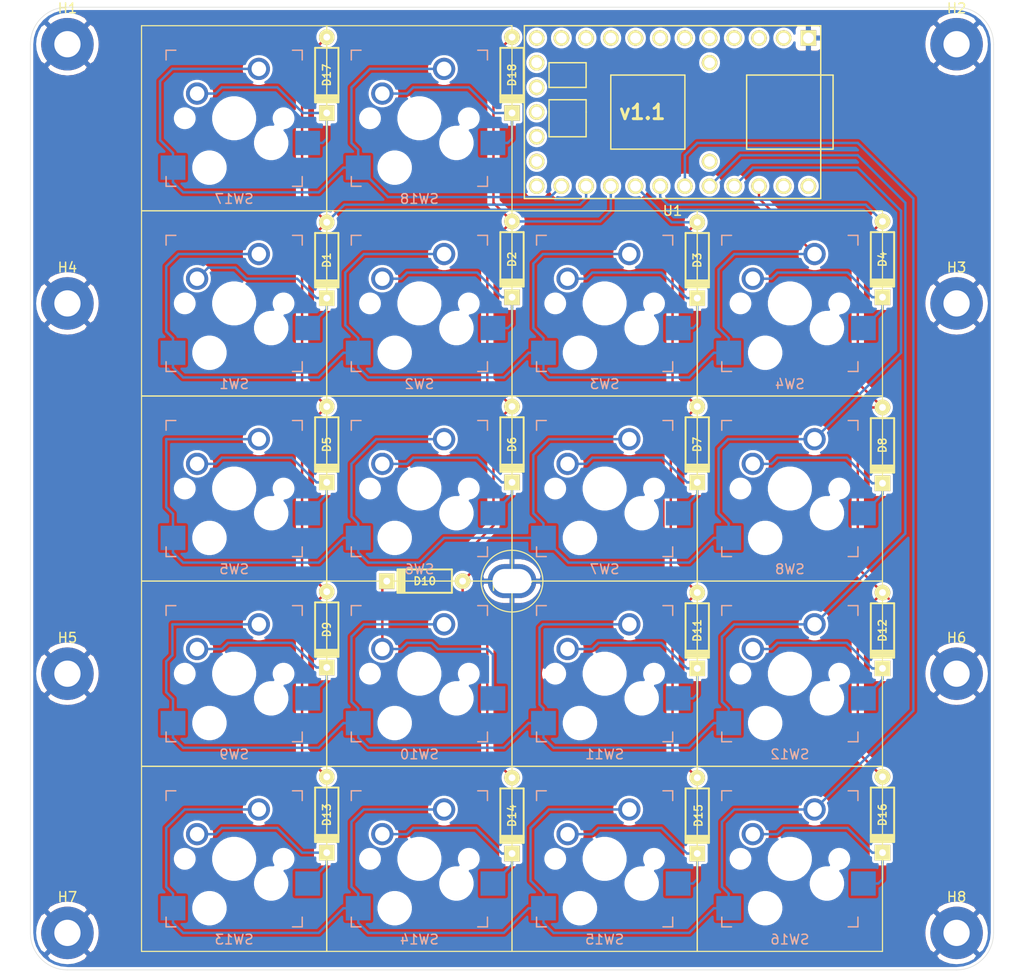
<source format=kicad_pcb>
(kicad_pcb (version 20171130) (host pcbnew "(5.1.2)-2")
  (layers (0 F.Cu signal) (31 B.Cu signal) (34 B.Paste user) (35 F.Paste user) (36 B.SilkS user) (37 F.SilkS user) (38 B.Mask user) (39 F.Mask user) (44 Edge.Cuts user))
  (net 0 "")
  (net 1 "Net-(D6-Pad1)")
  (net 2 COL0)
  (net 3 COL1)
  (net 4 "Net-(D7-Pad1)")
  (net 5 COL2)
  (net 6 "Net-(D8-Pad1)")
  (net 7 "Net-(D9-Pad1)")
  (net 8 COL3)
  (net 9 "Net-(D11-Pad1)")
  (net 10 "Net-(D12-Pad1)")
  (net 11 "Net-(D13-Pad1)")
  (net 12 "Net-(D14-Pad1)")
  (net 13 "Net-(D16-Pad1)")
  (net 14 ROW3)
  (net 15 ROW2)
  (net 16 ROW1)
  (net 17 ROW0)
  (net 18 "Net-(U1-Pad15)")
  (net 19 "Net-(U1-Pad2)")
  (net 20 "Net-(U1-Pad3)")
  (net 21 "Net-(U1-Pad4)")
  (net 22 "Net-(U1-Pad5)")
  (net 23 "Net-(U1-Pad6)")
  (net 24 "Net-(U1-Pad7)")
  (net 25 "Net-(U1-Pad8)")
  (net 26 "Net-(U1-Pad9)")
  (net 27 "Net-(U1-Pad10)")
  (net 28 "Net-(U1-Pad11)")
  (net 29 "Net-(U1-Pad12)")
  (net 30 "Net-(U1-Pad13)")
  (net 31 "Net-(U1-Pad14)")
  (net 32 "Net-(U1-Pad16)")
  (net 33 "Net-(U1-Pad17)")
  (net 34 "Net-(U1-Pad18)")
  (net 35 "Net-(U1-Pad28)")
  (net 36 "Net-(U1-Pad29)")
  (net 37 "Net-(U1-Pad30)")
  (net 38 "Net-(U1-Pad31)")
  (net 39 "Net-(D1-Pad1)")
  (net 40 "Net-(D2-Pad1)")
  (net 41 "Net-(D3-Pad1)")
  (net 42 "Net-(D4-Pad1)")
  (net 43 "Net-(D5-Pad1)")
  (net 44 "Net-(D10-Pad1)")
  (net 45 "Net-(D15-Pad1)")
  (net 46 "Net-(D17-Pad1)")
  (net 47 "Net-(D18-Pad1)")
  (net 48 ROW4)
  (net 49 GND)
  (module teensy:Teensy2.0 (layer F.Cu) (at 142.875 38.735 180)
    (fp_text reference U1 (at 0 -10.16) (layer F.SilkS))
    (fp_text value Teensy2.0)
    (pad 15 thru_hole circle (at 13.97 0 180) (size 1.6 1.6) (drill 1.1) (layers *.Cu *.Mask F.SilkS) (net 18 "Net-(U1-Pad15)"))
    (pad 1 thru_hole rect (at -13.97 7.62 180) (size 1.6 1.6) (drill 1.1) (layers *.Cu *.Mask F.SilkS) (net 49 GND))
    (pad 2 thru_hole circle (at -11.43 7.62 180) (size 1.6 1.6) (drill 1.1) (layers *.Cu *.Mask F.SilkS) (net 19 "Net-(U1-Pad2)"))
    (pad 3 thru_hole circle (at -8.89 7.62 180) (size 1.6 1.6) (drill 1.1) (layers *.Cu *.Mask F.SilkS) (net 20 "Net-(U1-Pad3)"))
    (pad 4 thru_hole circle (at -6.35 7.62 180) (size 1.6 1.6) (drill 1.1) (layers *.Cu *.Mask F.SilkS) (net 21 "Net-(U1-Pad4)"))
    (pad 5 thru_hole circle (at -3.81 7.62 180) (size 1.6 1.6) (drill 1.1) (layers *.Cu *.Mask F.SilkS) (net 22 "Net-(U1-Pad5)"))
    (pad 6 thru_hole circle (at -1.27 7.62 180) (size 1.6 1.6) (drill 1.1) (layers *.Cu *.Mask F.SilkS) (net 23 "Net-(U1-Pad6)"))
    (pad 7 thru_hole circle (at 1.27 7.62 180) (size 1.6 1.6) (drill 1.1) (layers *.Cu *.Mask F.SilkS) (net 24 "Net-(U1-Pad7)"))
    (pad 8 thru_hole circle (at 3.81 7.62 180) (size 1.6 1.6) (drill 1.1) (layers *.Cu *.Mask F.SilkS) (net 25 "Net-(U1-Pad8)"))
    (pad 9 thru_hole circle (at 6.35 7.62 180) (size 1.6 1.6) (drill 1.1) (layers *.Cu *.Mask F.SilkS) (net 26 "Net-(U1-Pad9)"))
    (pad 10 thru_hole circle (at 8.89 7.62 180) (size 1.6 1.6) (drill 1.1) (layers *.Cu *.Mask F.SilkS) (net 27 "Net-(U1-Pad10)"))
    (pad 11 thru_hole circle (at 11.43 7.62 180) (size 1.6 1.6) (drill 1.1) (layers *.Cu *.Mask F.SilkS) (net 28 "Net-(U1-Pad11)"))
    (pad 12 thru_hole circle (at 13.97 7.62 180) (size 1.6 1.6) (drill 1.1) (layers *.Cu *.Mask F.SilkS) (net 29 "Net-(U1-Pad12)"))
    (pad 13 thru_hole circle (at 13.97 5.08 180) (size 1.6 1.6) (drill 1.1) (layers *.Cu *.Mask F.SilkS) (net 30 "Net-(U1-Pad13)"))
    (pad 14 thru_hole circle (at 13.97 2.54 180) (size 1.6 1.6) (drill 1.1) (layers *.Cu *.Mask F.SilkS) (net 31 "Net-(U1-Pad14)"))
    (pad 16 thru_hole circle (at 13.97 -2.54 180) (size 1.6 1.6) (drill 1.1) (layers *.Cu *.Mask F.SilkS) (net 32 "Net-(U1-Pad16)"))
    (pad 17 thru_hole circle (at 13.97 -5.08 180) (size 1.6 1.6) (drill 1.1) (layers *.Cu *.Mask F.SilkS) (net 33 "Net-(U1-Pad17)"))
    (pad 18 thru_hole circle (at 13.97 -7.62 180) (size 1.6 1.6) (drill 1.1) (layers *.Cu *.Mask F.SilkS) (net 34 "Net-(U1-Pad18)"))
    (pad 19 thru_hole circle (at 11.43 -7.62 180) (size 1.6 1.6) (drill 1.1) (layers *.Cu *.Mask F.SilkS) (net 48 ROW4))
    (pad 20 thru_hole circle (at 8.89 -7.62 180) (size 1.6 1.6) (drill 1.1) (layers *.Cu *.Mask F.SilkS) (net 2 COL0))
    (pad 21 thru_hole circle (at 6.35 -7.62 180) (size 1.6 1.6) (drill 1.1) (layers *.Cu *.Mask F.SilkS) (net 3 COL1))
    (pad 22 thru_hole circle (at 3.81 -7.62 180) (size 1.6 1.6) (drill 1.1) (layers *.Cu *.Mask F.SilkS) (net 5 COL2))
    (pad 23 thru_hole circle (at 1.27 -7.62 180) (size 1.6 1.6) (drill 1.1) (layers *.Cu *.Mask F.SilkS) (net 8 COL3))
    (pad 24 thru_hole circle (at -1.27 -7.62 180) (size 1.6 1.6) (drill 1.1) (layers *.Cu *.Mask F.SilkS) (net 17 ROW0))
    (pad 25 thru_hole circle (at -3.81 -7.62 180) (size 1.6 1.6) (drill 1.1) (layers *.Cu *.Mask F.SilkS) (net 16 ROW1))
    (pad 26 thru_hole circle (at -6.35 -7.62 180) (size 1.6 1.6) (drill 1.1) (layers *.Cu *.Mask F.SilkS) (net 15 ROW2))
    (pad 27 thru_hole circle (at -8.89 -7.62 180) (size 1.6 1.6) (drill 1.1) (layers *.Cu *.Mask F.SilkS) (net 14 ROW3))
    (pad 28 thru_hole circle (at -11.43 -7.62 180) (size 1.6 1.6) (drill 1.1) (layers *.Cu *.Mask F.SilkS) (net 35 "Net-(U1-Pad28)"))
    (pad 29 thru_hole circle (at -13.97 -7.62 180) (size 1.6 1.6) (drill 1.1) (layers *.Cu *.Mask F.SilkS) (net 36 "Net-(U1-Pad29)"))
    (pad 30 thru_hole circle (at -3.81 5.08 180) (size 1.6 1.6) (drill 1.1) (layers *.Cu *.Mask F.SilkS) (net 37 "Net-(U1-Pad30)"))
    (pad 31 thru_hole circle (at -3.81 -5.08 180) (size 1.6 1.6) (drill 1.1) (layers *.Cu *.Mask F.SilkS) (net 38 "Net-(U1-Pad31)"))
  )
  (module "christ none of these are what i want:Kailh_socket_optional100" (layer F.Cu) (at 135.89 77.47)
    (fp_text reference SW7 (at 0 8.3) (layer B.SilkS) (effects (justify mirror)))
    (fp_text value 6)
    (pad 2 smd rect (at 7.56 2.54) (size 2.55 2.5) (layers B.Cu B.Paste B.Mask) (net 4 "Net-(D7-Pad1)"))
    (pad "" np_thru_hole circle (at -5.08 0) (size 1.7018 1.7018) (drill 1.7018) (layers *.Cu *.Mask))
    (pad "" np_thru_hole circle (at 5.08 0) (size 1.7018 1.7018) (drill 1.7018) (layers *.Cu *.Mask))
    (pad 2 thru_hole circle (at -3.81 -2.54) (size 2.286 2.286) (drill 1.4986) (layers *.Cu *.Mask) (net 4 "Net-(D7-Pad1)"))
    (pad "" np_thru_hole circle (at 0 0) (size 3.9878 3.9878) (drill 3.9878) (layers *.Cu *.Mask))
    (pad 1 thru_hole circle (at 2.54 -5.08) (size 2.286 2.286) (drill 1.4986) (layers *.Cu *.Mask) (net 15 ROW2))
    (pad "" np_thru_hole circle (at 3.81 2.54) (size 3 3) (drill 3) (layers *.Cu *.Mask))
    (pad "" np_thru_hole circle (at -2.54 5.08) (size 3 3) (drill 3) (layers *.Cu *.Mask))
    (pad 1 smd rect (at -6.29 5.08) (size 2.55 2.5) (layers B.Cu B.Paste B.Mask) (net 15 ROW2))
  )
  (module "christ none of these are what i want:M2-mounting-hole-oval" (layer F.Cu) (at 126.365 86.995)
    (fp_text reference REF** (at 0 0.5) (layer F.SilkS))
    (fp_text value M2-mounting-hole-oval)
    (pad "" thru_hole oval (at 0 0) (size 5 3.5) (drill oval 4 2.5) (layers *.Cu *.Mask) (net 49 GND))
  )
  (module keyboard_parts:D_axial (layer F.Cu) (at 117.385 86.995)
    (fp_text reference D10 (at 0 0) (layer F.SilkS) (effects (font (size 0.8 0.8))))
    (fp_text value DIODE hide)
    (pad 1 thru_hole rect (at -3.9 0) (size 1.6 1.6) (drill 0.7) (layers *.Cu *.Mask F.SilkS) (net 44 "Net-(D10-Pad1)"))
    (pad 2 thru_hole circle (at 3.9 0) (size 1.6 1.6) (drill 0.7) (layers *.Cu *.Mask F.SilkS) (net 3 COL1))
  )
  (module keyboard_parts:D_axial (layer F.Cu) (at 107.315 53.975 90)
    (fp_text reference D1 (at 0 0 90) (layer F.SilkS) (effects (font (size 0.8 0.8))))
    (fp_text value DIODE hide)
    (pad 1 thru_hole rect (at -3.9 0 90) (size 1.6 1.6) (drill 0.7) (layers *.Cu *.Mask F.SilkS) (net 39 "Net-(D1-Pad1)"))
    (pad 2 thru_hole circle (at 3.9 0 90) (size 1.6 1.6) (drill 0.7) (layers *.Cu *.Mask F.SilkS) (net 2 COL0))
  )
  (module keyboard_parts:D_axial (layer F.Cu) (at 126.365 53.885 90)
    (fp_text reference D2 (at 0 0 90) (layer F.SilkS) (effects (font (size 0.8 0.8))))
    (fp_text value DIODE hide)
    (pad 1 thru_hole rect (at -3.9 0 90) (size 1.6 1.6) (drill 0.7) (layers *.Cu *.Mask F.SilkS) (net 40 "Net-(D2-Pad1)"))
    (pad 2 thru_hole circle (at 3.9 0 90) (size 1.6 1.6) (drill 0.7) (layers *.Cu *.Mask F.SilkS) (net 3 COL1))
  )
  (module keyboard_parts:D_axial (layer F.Cu) (at 145.415 53.975 90)
    (fp_text reference D3 (at 0 0 90) (layer F.SilkS) (effects (font (size 0.8 0.8))))
    (fp_text value DIODE hide)
    (pad 1 thru_hole rect (at -3.9 0 90) (size 1.6 1.6) (drill 0.7) (layers *.Cu *.Mask F.SilkS) (net 41 "Net-(D3-Pad1)"))
    (pad 2 thru_hole circle (at 3.9 0 90) (size 1.6 1.6) (drill 0.7) (layers *.Cu *.Mask F.SilkS) (net 5 COL2))
  )
  (module keyboard_parts:D_axial (layer F.Cu) (at 164.465 53.885 90)
    (fp_text reference D4 (at 0 0 90) (layer F.SilkS) (effects (font (size 0.8 0.8))))
    (fp_text value DIODE hide)
    (pad 1 thru_hole rect (at -3.9 0 90) (size 1.6 1.6) (drill 0.7) (layers *.Cu *.Mask F.SilkS) (net 42 "Net-(D4-Pad1)"))
    (pad 2 thru_hole circle (at 3.9 0 90) (size 1.6 1.6) (drill 0.7) (layers *.Cu *.Mask F.SilkS) (net 8 COL3))
  )
  (module keyboard_parts:D_axial (layer F.Cu) (at 107.315 72.935 90)
    (fp_text reference D5 (at 0 0 90) (layer F.SilkS) (effects (font (size 0.8 0.8))))
    (fp_text value DIODE hide)
    (pad 2 thru_hole circle (at 3.9 0 90) (size 1.6 1.6) (drill 0.7) (layers *.Cu *.Mask F.SilkS) (net 2 COL0))
    (pad 1 thru_hole rect (at -3.9 0 90) (size 1.6 1.6) (drill 0.7) (layers *.Cu *.Mask F.SilkS) (net 43 "Net-(D5-Pad1)"))
  )
  (module keyboard_parts:D_axial (layer F.Cu) (at 126.365 72.935 90)
    (fp_text reference D6 (at 0 0 90) (layer F.SilkS) (effects (font (size 0.8 0.8))))
    (fp_text value DIODE hide)
    (pad 2 thru_hole circle (at 3.9 0 90) (size 1.6 1.6) (drill 0.7) (layers *.Cu *.Mask F.SilkS) (net 3 COL1))
    (pad 1 thru_hole rect (at -3.9 0 90) (size 1.6 1.6) (drill 0.7) (layers *.Cu *.Mask F.SilkS) (net 1 "Net-(D6-Pad1)"))
  )
  (module keyboard_parts:D_axial (layer F.Cu) (at 145.415 72.935 90)
    (fp_text reference D7 (at 0 0 90) (layer F.SilkS) (effects (font (size 0.8 0.8))))
    (fp_text value DIODE hide)
    (pad 2 thru_hole circle (at 3.9 0 90) (size 1.6 1.6) (drill 0.7) (layers *.Cu *.Mask F.SilkS) (net 5 COL2))
    (pad 1 thru_hole rect (at -3.9 0 90) (size 1.6 1.6) (drill 0.7) (layers *.Cu *.Mask F.SilkS) (net 4 "Net-(D7-Pad1)"))
  )
  (module keyboard_parts:D_axial (layer F.Cu) (at 164.465 73.025 90)
    (fp_text reference D8 (at 0 0 90) (layer F.SilkS) (effects (font (size 0.8 0.8))))
    (fp_text value DIODE hide)
    (pad 2 thru_hole circle (at 3.9 0 90) (size 1.6 1.6) (drill 0.7) (layers *.Cu *.Mask F.SilkS) (net 8 COL3))
    (pad 1 thru_hole rect (at -3.9 0 90) (size 1.6 1.6) (drill 0.7) (layers *.Cu *.Mask F.SilkS) (net 6 "Net-(D8-Pad1)"))
  )
  (module keyboard_parts:D_axial (layer F.Cu) (at 107.315 91.985 90)
    (fp_text reference D9 (at 0 0 90) (layer F.SilkS) (effects (font (size 0.8 0.8))))
    (fp_text value DIODE hide)
    (pad 1 thru_hole rect (at -3.9 0 90) (size 1.6 1.6) (drill 0.7) (layers *.Cu *.Mask F.SilkS) (net 7 "Net-(D9-Pad1)"))
    (pad 2 thru_hole circle (at 3.9 0 90) (size 1.6 1.6) (drill 0.7) (layers *.Cu *.Mask F.SilkS) (net 2 COL0))
  )
  (module keyboard_parts:D_axial (layer F.Cu) (at 145.415 92.075 90)
    (fp_text reference D11 (at 0 0 90) (layer F.SilkS) (effects (font (size 0.8 0.8))))
    (fp_text value DIODE hide)
    (pad 1 thru_hole rect (at -3.9 0 90) (size 1.6 1.6) (drill 0.7) (layers *.Cu *.Mask F.SilkS) (net 9 "Net-(D11-Pad1)"))
    (pad 2 thru_hole circle (at 3.9 0 90) (size 1.6 1.6) (drill 0.7) (layers *.Cu *.Mask F.SilkS) (net 5 COL2))
  )
  (module keyboard_parts:D_axial (layer F.Cu) (at 164.465 92.075 90)
    (fp_text reference D12 (at 0 0 90) (layer F.SilkS) (effects (font (size 0.8 0.8))))
    (fp_text value DIODE hide)
    (pad 1 thru_hole rect (at -3.9 0 90) (size 1.6 1.6) (drill 0.7) (layers *.Cu *.Mask F.SilkS) (net 10 "Net-(D12-Pad1)"))
    (pad 2 thru_hole circle (at 3.9 0 90) (size 1.6 1.6) (drill 0.7) (layers *.Cu *.Mask F.SilkS) (net 8 COL3))
  )
  (module keyboard_parts:D_axial (layer F.Cu) (at 107.315 111.035 90)
    (fp_text reference D13 (at 0 0 90) (layer F.SilkS) (effects (font (size 0.8 0.8))))
    (fp_text value DIODE hide)
    (pad 2 thru_hole circle (at 3.9 0 90) (size 1.6 1.6) (drill 0.7) (layers *.Cu *.Mask F.SilkS) (net 2 COL0))
    (pad 1 thru_hole rect (at -3.9 0 90) (size 1.6 1.6) (drill 0.7) (layers *.Cu *.Mask F.SilkS) (net 11 "Net-(D13-Pad1)"))
  )
  (module keyboard_parts:D_axial (layer F.Cu) (at 126.365 111.125 90)
    (fp_text reference D14 (at 0 0 90) (layer F.SilkS) (effects (font (size 0.8 0.8))))
    (fp_text value DIODE hide)
    (pad 2 thru_hole circle (at 3.9 0 90) (size 1.6 1.6) (drill 0.7) (layers *.Cu *.Mask F.SilkS) (net 3 COL1))
    (pad 1 thru_hole rect (at -3.9 0 90) (size 1.6 1.6) (drill 0.7) (layers *.Cu *.Mask F.SilkS) (net 12 "Net-(D14-Pad1)"))
  )
  (module keyboard_parts:D_axial (layer F.Cu) (at 145.415 111.125 90)
    (fp_text reference D15 (at 0 0.119999 90) (layer F.SilkS) (effects (font (size 0.8 0.8))))
    (fp_text value DIODE hide)
    (pad 2 thru_hole circle (at 3.9 0 90) (size 1.6 1.6) (drill 0.7) (layers *.Cu *.Mask F.SilkS) (net 5 COL2))
    (pad 1 thru_hole rect (at -3.9 0 90) (size 1.6 1.6) (drill 0.7) (layers *.Cu *.Mask F.SilkS) (net 45 "Net-(D15-Pad1)"))
  )
  (module keyboard_parts:D_axial (layer F.Cu) (at 164.465 111.035 90)
    (fp_text reference D16 (at 0 0 90) (layer F.SilkS) (effects (font (size 0.8 0.8))))
    (fp_text value DIODE hide)
    (pad 2 thru_hole circle (at 3.9 0 90) (size 1.6 1.6) (drill 0.7) (layers *.Cu *.Mask F.SilkS) (net 8 COL3))
    (pad 1 thru_hole rect (at -3.9 0 90) (size 1.6 1.6) (drill 0.7) (layers *.Cu *.Mask F.SilkS) (net 13 "Net-(D16-Pad1)"))
  )
  (module keyboard_parts:D_axial (layer F.Cu) (at 107.315 34.925 90)
    (fp_text reference D17 (at 0 0 90) (layer F.SilkS) (effects (font (size 0.8 0.8))))
    (fp_text value DIODE hide)
    (pad 1 thru_hole rect (at -3.9 0 90) (size 1.6 1.6) (drill 0.7) (layers *.Cu *.Mask F.SilkS) (net 46 "Net-(D17-Pad1)"))
    (pad 2 thru_hole circle (at 3.9 0 90) (size 1.6 1.6) (drill 0.7) (layers *.Cu *.Mask F.SilkS) (net 2 COL0))
  )
  (module "christ none of these are what i want:Kailh_socket_optional100" (layer F.Cu) (at 97.79 58.42)
    (fp_text reference SW1 (at 0 8.3) (layer B.SilkS) (effects (justify mirror)))
    (fp_text value 7)
    (pad 1 smd rect (at -6.29 5.08) (size 2.55 2.5) (layers B.Cu B.Paste B.Mask) (net 14 ROW3))
    (pad "" np_thru_hole circle (at -2.54 5.08) (size 3 3) (drill 3) (layers *.Cu *.Mask))
    (pad "" np_thru_hole circle (at 3.81 2.54) (size 3 3) (drill 3) (layers *.Cu *.Mask))
    (pad 1 thru_hole circle (at 2.54 -5.08) (size 2.286 2.286) (drill 1.4986) (layers *.Cu *.Mask) (net 14 ROW3))
    (pad "" np_thru_hole circle (at 0 0) (size 3.9878 3.9878) (drill 3.9878) (layers *.Cu *.Mask))
    (pad 2 thru_hole circle (at -3.81 -2.54) (size 2.286 2.286) (drill 1.4986) (layers *.Cu *.Mask) (net 39 "Net-(D1-Pad1)"))
    (pad "" np_thru_hole circle (at 5.08 0) (size 1.7018 1.7018) (drill 1.7018) (layers *.Cu *.Mask))
    (pad "" np_thru_hole circle (at -5.08 0) (size 1.7018 1.7018) (drill 1.7018) (layers *.Cu *.Mask))
    (pad 2 smd rect (at 7.56 2.54) (size 2.55 2.5) (layers B.Cu B.Paste B.Mask) (net 39 "Net-(D1-Pad1)"))
  )
  (module "christ none of these are what i want:Kailh_socket_optional100" (layer F.Cu) (at 116.84 58.42)
    (fp_text reference SW2 (at 0 8.3) (layer B.SilkS) (effects (justify mirror)))
    (fp_text value 8)
    (pad 1 smd rect (at -6.29 5.08) (size 2.55 2.5) (layers B.Cu B.Paste B.Mask) (net 14 ROW3))
    (pad "" np_thru_hole circle (at -2.54 5.08) (size 3 3) (drill 3) (layers *.Cu *.Mask))
    (pad "" np_thru_hole circle (at 3.81 2.54) (size 3 3) (drill 3) (layers *.Cu *.Mask))
    (pad 1 thru_hole circle (at 2.54 -5.08) (size 2.286 2.286) (drill 1.4986) (layers *.Cu *.Mask) (net 14 ROW3))
    (pad "" np_thru_hole circle (at 0 0) (size 3.9878 3.9878) (drill 3.9878) (layers *.Cu *.Mask))
    (pad 2 thru_hole circle (at -3.81 -2.54) (size 2.286 2.286) (drill 1.4986) (layers *.Cu *.Mask) (net 40 "Net-(D2-Pad1)"))
    (pad "" np_thru_hole circle (at 5.08 0) (size 1.7018 1.7018) (drill 1.7018) (layers *.Cu *.Mask))
    (pad "" np_thru_hole circle (at -5.08 0) (size 1.7018 1.7018) (drill 1.7018) (layers *.Cu *.Mask))
    (pad 2 smd rect (at 7.56 2.54) (size 2.55 2.5) (layers B.Cu B.Paste B.Mask) (net 40 "Net-(D2-Pad1)"))
  )
  (module "christ none of these are what i want:Kailh_socket_optional100" (layer F.Cu) (at 135.89 58.42)
    (fp_text reference SW3 (at 0 8.3) (layer B.SilkS) (effects (justify mirror)))
    (fp_text value 9)
    (pad 1 smd rect (at -6.29 5.08) (size 2.55 2.5) (layers B.Cu B.Paste B.Mask) (net 14 ROW3))
    (pad "" np_thru_hole circle (at -2.54 5.08) (size 3 3) (drill 3) (layers *.Cu *.Mask))
    (pad "" np_thru_hole circle (at 3.81 2.54) (size 3 3) (drill 3) (layers *.Cu *.Mask))
    (pad 1 thru_hole circle (at 2.54 -5.08) (size 2.286 2.286) (drill 1.4986) (layers *.Cu *.Mask) (net 14 ROW3))
    (pad "" np_thru_hole circle (at 0 0) (size 3.9878 3.9878) (drill 3.9878) (layers *.Cu *.Mask))
    (pad 2 thru_hole circle (at -3.81 -2.54) (size 2.286 2.286) (drill 1.4986) (layers *.Cu *.Mask) (net 41 "Net-(D3-Pad1)"))
    (pad "" np_thru_hole circle (at 5.08 0) (size 1.7018 1.7018) (drill 1.7018) (layers *.Cu *.Mask))
    (pad "" np_thru_hole circle (at -5.08 0) (size 1.7018 1.7018) (drill 1.7018) (layers *.Cu *.Mask))
    (pad 2 smd rect (at 7.56 2.54) (size 2.55 2.5) (layers B.Cu B.Paste B.Mask) (net 41 "Net-(D3-Pad1)"))
  )
  (module "christ none of these are what i want:Kailh_socket_optional100" (layer F.Cu) (at 154.94 58.42)
    (fp_text reference SW4 (at 0 8.3) (layer B.SilkS) (effects (justify mirror)))
    (fp_text value -)
    (pad 2 smd rect (at 7.56 2.54) (size 2.55 2.5) (layers B.Cu B.Paste B.Mask) (net 42 "Net-(D4-Pad1)"))
    (pad "" np_thru_hole circle (at -5.08 0) (size 1.7018 1.7018) (drill 1.7018) (layers *.Cu *.Mask))
    (pad "" np_thru_hole circle (at 5.08 0) (size 1.7018 1.7018) (drill 1.7018) (layers *.Cu *.Mask))
    (pad 2 thru_hole circle (at -3.81 -2.54) (size 2.286 2.286) (drill 1.4986) (layers *.Cu *.Mask) (net 42 "Net-(D4-Pad1)"))
    (pad "" np_thru_hole circle (at 0 0) (size 3.9878 3.9878) (drill 3.9878) (layers *.Cu *.Mask))
    (pad 1 thru_hole circle (at 2.54 -5.08) (size 2.286 2.286) (drill 1.4986) (layers *.Cu *.Mask) (net 14 ROW3))
    (pad "" np_thru_hole circle (at 3.81 2.54) (size 3 3) (drill 3) (layers *.Cu *.Mask))
    (pad "" np_thru_hole circle (at -2.54 5.08) (size 3 3) (drill 3) (layers *.Cu *.Mask))
    (pad 1 smd rect (at -6.29 5.08) (size 2.55 2.5) (layers B.Cu B.Paste B.Mask) (net 14 ROW3))
  )
  (module "christ none of these are what i want:Kailh_socket_optional100" (layer F.Cu) (at 97.79 77.47)
    (fp_text reference SW5 (at 0 8.3) (layer B.SilkS) (effects (justify mirror)))
    (fp_text value 4)
    (pad 2 smd rect (at 7.56 2.54) (size 2.55 2.5) (layers B.Cu B.Paste B.Mask) (net 43 "Net-(D5-Pad1)"))
    (pad "" np_thru_hole circle (at -5.08 0) (size 1.7018 1.7018) (drill 1.7018) (layers *.Cu *.Mask))
    (pad "" np_thru_hole circle (at 5.08 0) (size 1.7018 1.7018) (drill 1.7018) (layers *.Cu *.Mask))
    (pad 2 thru_hole circle (at -3.81 -2.54) (size 2.286 2.286) (drill 1.4986) (layers *.Cu *.Mask) (net 43 "Net-(D5-Pad1)"))
    (pad "" np_thru_hole circle (at 0 0) (size 3.9878 3.9878) (drill 3.9878) (layers *.Cu *.Mask))
    (pad 1 thru_hole circle (at 2.54 -5.08) (size 2.286 2.286) (drill 1.4986) (layers *.Cu *.Mask) (net 15 ROW2))
    (pad "" np_thru_hole circle (at 3.81 2.54) (size 3 3) (drill 3) (layers *.Cu *.Mask))
    (pad "" np_thru_hole circle (at -2.54 5.08) (size 3 3) (drill 3) (layers *.Cu *.Mask))
    (pad 1 smd rect (at -6.29 5.08) (size 2.55 2.5) (layers B.Cu B.Paste B.Mask) (net 15 ROW2))
  )
  (module "christ none of these are what i want:Kailh_socket_optional100" (layer F.Cu) (at 116.84 77.47)
    (fp_text reference SW6 (at 0 8.3) (layer B.SilkS) (effects (justify mirror)))
    (fp_text value 5)
    (pad 1 smd rect (at -6.29 5.08) (size 2.55 2.5) (layers B.Cu B.Paste B.Mask) (net 15 ROW2))
    (pad "" np_thru_hole circle (at -2.54 5.08) (size 3 3) (drill 3) (layers *.Cu *.Mask))
    (pad "" np_thru_hole circle (at 3.81 2.54) (size 3 3) (drill 3) (layers *.Cu *.Mask))
    (pad 1 thru_hole circle (at 2.54 -5.08) (size 2.286 2.286) (drill 1.4986) (layers *.Cu *.Mask) (net 15 ROW2))
    (pad "" np_thru_hole circle (at 0 0) (size 3.9878 3.9878) (drill 3.9878) (layers *.Cu *.Mask))
    (pad 2 thru_hole circle (at -3.81 -2.54) (size 2.286 2.286) (drill 1.4986) (layers *.Cu *.Mask) (net 1 "Net-(D6-Pad1)"))
    (pad "" np_thru_hole circle (at 5.08 0) (size 1.7018 1.7018) (drill 1.7018) (layers *.Cu *.Mask))
    (pad "" np_thru_hole circle (at -5.08 0) (size 1.7018 1.7018) (drill 1.7018) (layers *.Cu *.Mask))
    (pad 2 smd rect (at 7.56 2.54) (size 2.55 2.5) (layers B.Cu B.Paste B.Mask) (net 1 "Net-(D6-Pad1)"))
  )
  (module "christ none of these are what i want:Kailh_socket_optional100" (layer F.Cu) (at 154.94 77.47)
    (fp_text reference SW8 (at 0 8.3) (layer B.SilkS) (effects (justify mirror)))
    (fp_text value *)
    (pad 1 smd rect (at -6.29 5.08) (size 2.55 2.5) (layers B.Cu B.Paste B.Mask) (net 15 ROW2))
    (pad "" np_thru_hole circle (at -2.54 5.08) (size 3 3) (drill 3) (layers *.Cu *.Mask))
    (pad "" np_thru_hole circle (at 3.81 2.54) (size 3 3) (drill 3) (layers *.Cu *.Mask))
    (pad 1 thru_hole circle (at 2.54 -5.08) (size 2.286 2.286) (drill 1.4986) (layers *.Cu *.Mask) (net 15 ROW2))
    (pad "" np_thru_hole circle (at 0 0) (size 3.9878 3.9878) (drill 3.9878) (layers *.Cu *.Mask))
    (pad 2 thru_hole circle (at -3.81 -2.54) (size 2.286 2.286) (drill 1.4986) (layers *.Cu *.Mask) (net 6 "Net-(D8-Pad1)"))
    (pad "" np_thru_hole circle (at 5.08 0) (size 1.7018 1.7018) (drill 1.7018) (layers *.Cu *.Mask))
    (pad "" np_thru_hole circle (at -5.08 0) (size 1.7018 1.7018) (drill 1.7018) (layers *.Cu *.Mask))
    (pad 2 smd rect (at 7.56 2.54) (size 2.55 2.5) (layers B.Cu B.Paste B.Mask) (net 6 "Net-(D8-Pad1)"))
  )
  (module "christ none of these are what i want:Kailh_socket_optional100" (layer F.Cu) (at 97.79 96.52)
    (fp_text reference SW9 (at 0 8.3) (layer B.SilkS) (effects (justify mirror)))
    (fp_text value 1)
    (pad 1 smd rect (at -6.29 5.08) (size 2.55 2.5) (layers B.Cu B.Paste B.Mask) (net 16 ROW1))
    (pad "" np_thru_hole circle (at -2.54 5.08) (size 3 3) (drill 3) (layers *.Cu *.Mask))
    (pad "" np_thru_hole circle (at 3.81 2.54) (size 3 3) (drill 3) (layers *.Cu *.Mask))
    (pad 1 thru_hole circle (at 2.54 -5.08) (size 2.286 2.286) (drill 1.4986) (layers *.Cu *.Mask) (net 16 ROW1))
    (pad "" np_thru_hole circle (at 0 0) (size 3.9878 3.9878) (drill 3.9878) (layers *.Cu *.Mask))
    (pad 2 thru_hole circle (at -3.81 -2.54) (size 2.286 2.286) (drill 1.4986) (layers *.Cu *.Mask) (net 7 "Net-(D9-Pad1)"))
    (pad "" np_thru_hole circle (at 5.08 0) (size 1.7018 1.7018) (drill 1.7018) (layers *.Cu *.Mask))
    (pad "" np_thru_hole circle (at -5.08 0) (size 1.7018 1.7018) (drill 1.7018) (layers *.Cu *.Mask))
    (pad 2 smd rect (at 7.56 2.54) (size 2.55 2.5) (layers B.Cu B.Paste B.Mask) (net 7 "Net-(D9-Pad1)"))
  )
  (module "christ none of these are what i want:Kailh_socket_optional100" (layer F.Cu) (at 116.84 96.52)
    (fp_text reference SW10 (at 0 8.3) (layer B.SilkS) (effects (justify mirror)))
    (fp_text value 2)
    (pad 2 smd rect (at 7.56 2.54) (size 2.55 2.5) (layers B.Cu B.Paste B.Mask) (net 44 "Net-(D10-Pad1)"))
    (pad "" np_thru_hole circle (at -5.08 0) (size 1.7018 1.7018) (drill 1.7018) (layers *.Cu *.Mask))
    (pad "" np_thru_hole circle (at 5.08 0) (size 1.7018 1.7018) (drill 1.7018) (layers *.Cu *.Mask))
    (pad 2 thru_hole circle (at -3.81 -2.54) (size 2.286 2.286) (drill 1.4986) (layers *.Cu *.Mask) (net 44 "Net-(D10-Pad1)"))
    (pad "" np_thru_hole circle (at 0 0) (size 3.9878 3.9878) (drill 3.9878) (layers *.Cu *.Mask))
    (pad 1 thru_hole circle (at 2.54 -5.08) (size 2.286 2.286) (drill 1.4986) (layers *.Cu *.Mask) (net 16 ROW1))
    (pad "" np_thru_hole circle (at 3.81 2.54) (size 3 3) (drill 3) (layers *.Cu *.Mask))
    (pad "" np_thru_hole circle (at -2.54 5.08) (size 3 3) (drill 3) (layers *.Cu *.Mask))
    (pad 1 smd rect (at -6.29 5.08) (size 2.55 2.5) (layers B.Cu B.Paste B.Mask) (net 16 ROW1))
  )
  (module "christ none of these are what i want:Kailh_socket_optional100" (layer F.Cu) (at 135.89 96.52)
    (fp_text reference SW11 (at 0 8.3) (layer B.SilkS) (effects (justify mirror)))
    (fp_text value 3)
    (pad 1 smd rect (at -6.29 5.08) (size 2.55 2.5) (layers B.Cu B.Paste B.Mask) (net 16 ROW1))
    (pad "" np_thru_hole circle (at -2.54 5.08) (size 3 3) (drill 3) (layers *.Cu *.Mask))
    (pad "" np_thru_hole circle (at 3.81 2.54) (size 3 3) (drill 3) (layers *.Cu *.Mask))
    (pad 1 thru_hole circle (at 2.54 -5.08) (size 2.286 2.286) (drill 1.4986) (layers *.Cu *.Mask) (net 16 ROW1))
    (pad "" np_thru_hole circle (at 0 0) (size 3.9878 3.9878) (drill 3.9878) (layers *.Cu *.Mask))
    (pad 2 thru_hole circle (at -3.81 -2.54) (size 2.286 2.286) (drill 1.4986) (layers *.Cu *.Mask) (net 9 "Net-(D11-Pad1)"))
    (pad "" np_thru_hole circle (at 5.08 0) (size 1.7018 1.7018) (drill 1.7018) (layers *.Cu *.Mask))
    (pad "" np_thru_hole circle (at -5.08 0) (size 1.7018 1.7018) (drill 1.7018) (layers *.Cu *.Mask))
    (pad 2 smd rect (at 7.56 2.54) (size 2.55 2.5) (layers B.Cu B.Paste B.Mask) (net 9 "Net-(D11-Pad1)"))
  )
  (module "christ none of these are what i want:Kailh_socket_optional100" (layer F.Cu) (at 154.94 96.52)
    (fp_text reference SW12 (at 0 8.3) (layer B.SilkS) (effects (justify mirror)))
    (fp_text value +)
    (pad 1 smd rect (at -6.29 5.08) (size 2.55 2.5) (layers B.Cu B.Paste B.Mask) (net 16 ROW1))
    (pad "" np_thru_hole circle (at -2.54 5.08) (size 3 3) (drill 3) (layers *.Cu *.Mask))
    (pad "" np_thru_hole circle (at 3.81 2.54) (size 3 3) (drill 3) (layers *.Cu *.Mask))
    (pad 1 thru_hole circle (at 2.54 -5.08) (size 2.286 2.286) (drill 1.4986) (layers *.Cu *.Mask) (net 16 ROW1))
    (pad "" np_thru_hole circle (at 0 0) (size 3.9878 3.9878) (drill 3.9878) (layers *.Cu *.Mask))
    (pad 2 thru_hole circle (at -3.81 -2.54) (size 2.286 2.286) (drill 1.4986) (layers *.Cu *.Mask) (net 10 "Net-(D12-Pad1)"))
    (pad "" np_thru_hole circle (at 5.08 0) (size 1.7018 1.7018) (drill 1.7018) (layers *.Cu *.Mask))
    (pad "" np_thru_hole circle (at -5.08 0) (size 1.7018 1.7018) (drill 1.7018) (layers *.Cu *.Mask))
    (pad 2 smd rect (at 7.56 2.54) (size 2.55 2.5) (layers B.Cu B.Paste B.Mask) (net 10 "Net-(D12-Pad1)"))
  )
  (module "christ none of these are what i want:Kailh_socket_optional100" (layer F.Cu) (at 97.79 115.57)
    (fp_text reference SW13 (at 0 8.3) (layer B.SilkS) (effects (justify mirror)))
    (fp_text value 0)
    (pad 2 smd rect (at 7.56 2.54) (size 2.55 2.5) (layers B.Cu B.Paste B.Mask) (net 11 "Net-(D13-Pad1)"))
    (pad "" np_thru_hole circle (at -5.08 0) (size 1.7018 1.7018) (drill 1.7018) (layers *.Cu *.Mask))
    (pad "" np_thru_hole circle (at 5.08 0) (size 1.7018 1.7018) (drill 1.7018) (layers *.Cu *.Mask))
    (pad 2 thru_hole circle (at -3.81 -2.54) (size 2.286 2.286) (drill 1.4986) (layers *.Cu *.Mask) (net 11 "Net-(D13-Pad1)"))
    (pad "" np_thru_hole circle (at 0 0) (size 3.9878 3.9878) (drill 3.9878) (layers *.Cu *.Mask))
    (pad 1 thru_hole circle (at 2.54 -5.08) (size 2.286 2.286) (drill 1.4986) (layers *.Cu *.Mask) (net 17 ROW0))
    (pad "" np_thru_hole circle (at 3.81 2.54) (size 3 3) (drill 3) (layers *.Cu *.Mask))
    (pad "" np_thru_hole circle (at -2.54 5.08) (size 3 3) (drill 3) (layers *.Cu *.Mask))
    (pad 1 smd rect (at -6.29 5.08) (size 2.55 2.5) (layers B.Cu B.Paste B.Mask) (net 17 ROW0))
  )
  (module "christ none of these are what i want:Kailh_socket_optional100" (layer F.Cu) (at 116.84 115.57)
    (fp_text reference SW14 (at 0 8.3) (layer B.SilkS) (effects (justify mirror)))
    (fp_text value .)
    (pad 1 smd rect (at -6.29 5.08) (size 2.55 2.5) (layers B.Cu B.Paste B.Mask) (net 17 ROW0))
    (pad "" np_thru_hole circle (at -2.54 5.08) (size 3 3) (drill 3) (layers *.Cu *.Mask))
    (pad "" np_thru_hole circle (at 3.81 2.54) (size 3 3) (drill 3) (layers *.Cu *.Mask))
    (pad 1 thru_hole circle (at 2.54 -5.08) (size 2.286 2.286) (drill 1.4986) (layers *.Cu *.Mask) (net 17 ROW0))
    (pad "" np_thru_hole circle (at 0 0) (size 3.9878 3.9878) (drill 3.9878) (layers *.Cu *.Mask))
    (pad 2 thru_hole circle (at -3.81 -2.54) (size 2.286 2.286) (drill 1.4986) (layers *.Cu *.Mask) (net 12 "Net-(D14-Pad1)"))
    (pad "" np_thru_hole circle (at 5.08 0) (size 1.7018 1.7018) (drill 1.7018) (layers *.Cu *.Mask))
    (pad "" np_thru_hole circle (at -5.08 0) (size 1.7018 1.7018) (drill 1.7018) (layers *.Cu *.Mask))
    (pad 2 smd rect (at 7.56 2.54) (size 2.55 2.5) (layers B.Cu B.Paste B.Mask) (net 12 "Net-(D14-Pad1)"))
  )
  (module "christ none of these are what i want:Kailh_socket_optional100" (layer F.Cu) (at 135.89 115.57)
    (fp_text reference SW15 (at 0 8.3) (layer B.SilkS) (effects (justify mirror)))
    (fp_text value /)
    (pad 2 smd rect (at 7.56 2.54) (size 2.55 2.5) (layers B.Cu B.Paste B.Mask) (net 45 "Net-(D15-Pad1)"))
    (pad "" np_thru_hole circle (at -5.08 0) (size 1.7018 1.7018) (drill 1.7018) (layers *.Cu *.Mask))
    (pad "" np_thru_hole circle (at 5.08 0) (size 1.7018 1.7018) (drill 1.7018) (layers *.Cu *.Mask))
    (pad 2 thru_hole circle (at -3.81 -2.54) (size 2.286 2.286) (drill 1.4986) (layers *.Cu *.Mask) (net 45 "Net-(D15-Pad1)"))
    (pad "" np_thru_hole circle (at 0 0) (size 3.9878 3.9878) (drill 3.9878) (layers *.Cu *.Mask))
    (pad 1 thru_hole circle (at 2.54 -5.08) (size 2.286 2.286) (drill 1.4986) (layers *.Cu *.Mask) (net 17 ROW0))
    (pad "" np_thru_hole circle (at 3.81 2.54) (size 3 3) (drill 3) (layers *.Cu *.Mask))
    (pad "" np_thru_hole circle (at -2.54 5.08) (size 3 3) (drill 3) (layers *.Cu *.Mask))
    (pad 1 smd rect (at -6.29 5.08) (size 2.55 2.5) (layers B.Cu B.Paste B.Mask) (net 17 ROW0))
  )
  (module "christ none of these are what i want:Kailh_socket_optional100" (layer F.Cu) (at 154.94 115.57)
    (fp_text reference SW16 (at 0 8.3) (layer B.SilkS) (effects (justify mirror)))
    (fp_text value Enter)
    (pad 2 smd rect (at 7.56 2.54) (size 2.55 2.5) (layers B.Cu B.Paste B.Mask) (net 13 "Net-(D16-Pad1)"))
    (pad "" np_thru_hole circle (at -5.08 0) (size 1.7018 1.7018) (drill 1.7018) (layers *.Cu *.Mask))
    (pad "" np_thru_hole circle (at 5.08 0) (size 1.7018 1.7018) (drill 1.7018) (layers *.Cu *.Mask))
    (pad 2 thru_hole circle (at -3.81 -2.54) (size 2.286 2.286) (drill 1.4986) (layers *.Cu *.Mask) (net 13 "Net-(D16-Pad1)"))
    (pad "" np_thru_hole circle (at 0 0) (size 3.9878 3.9878) (drill 3.9878) (layers *.Cu *.Mask))
    (pad 1 thru_hole circle (at 2.54 -5.08) (size 2.286 2.286) (drill 1.4986) (layers *.Cu *.Mask) (net 17 ROW0))
    (pad "" np_thru_hole circle (at 3.81 2.54) (size 3 3) (drill 3) (layers *.Cu *.Mask))
    (pad "" np_thru_hole circle (at -2.54 5.08) (size 3 3) (drill 3) (layers *.Cu *.Mask))
    (pad 1 smd rect (at -6.29 5.08) (size 2.55 2.5) (layers B.Cu B.Paste B.Mask) (net 17 ROW0))
  )
  (module "christ none of these are what i want:Kailh_socket_optional100" (layer F.Cu) (at 97.79 39.37)
    (fp_text reference SW17 (at 0 8.3) (layer B.SilkS) (effects (justify mirror)))
    (fp_text value Blank1)
    (pad 2 smd rect (at 7.56 2.54) (size 2.55 2.5) (layers B.Cu B.Paste B.Mask) (net 46 "Net-(D17-Pad1)"))
    (pad "" np_thru_hole circle (at -5.08 0) (size 1.7018 1.7018) (drill 1.7018) (layers *.Cu *.Mask))
    (pad "" np_thru_hole circle (at 5.08 0) (size 1.7018 1.7018) (drill 1.7018) (layers *.Cu *.Mask))
    (pad 2 thru_hole circle (at -3.81 -2.54) (size 2.286 2.286) (drill 1.4986) (layers *.Cu *.Mask) (net 46 "Net-(D17-Pad1)"))
    (pad "" np_thru_hole circle (at 0 0) (size 3.9878 3.9878) (drill 3.9878) (layers *.Cu *.Mask))
    (pad 1 thru_hole circle (at 2.54 -5.08) (size 2.286 2.286) (drill 1.4986) (layers *.Cu *.Mask) (net 48 ROW4))
    (pad "" np_thru_hole circle (at 3.81 2.54) (size 3 3) (drill 3) (layers *.Cu *.Mask))
    (pad "" np_thru_hole circle (at -2.54 5.08) (size 3 3) (drill 3) (layers *.Cu *.Mask))
    (pad 1 smd rect (at -6.29 5.08) (size 2.55 2.5) (layers B.Cu B.Paste B.Mask) (net 48 ROW4))
  )
  (module "christ none of these are what i want:Kailh_socket_optional100" (layer F.Cu) (at 116.84 39.37)
    (fp_text reference SW18 (at 0 8.3) (layer B.SilkS) (effects (justify mirror)))
    (fp_text value Blank2)
    (pad 2 smd rect (at 7.56 2.54) (size 2.55 2.5) (layers B.Cu B.Paste B.Mask) (net 47 "Net-(D18-Pad1)"))
    (pad "" np_thru_hole circle (at -5.08 0) (size 1.7018 1.7018) (drill 1.7018) (layers *.Cu *.Mask))
    (pad "" np_thru_hole circle (at 5.08 0) (size 1.7018 1.7018) (drill 1.7018) (layers *.Cu *.Mask))
    (pad 2 thru_hole circle (at -3.81 -2.54) (size 2.286 2.286) (drill 1.4986) (layers *.Cu *.Mask) (net 47 "Net-(D18-Pad1)"))
    (pad "" np_thru_hole circle (at 0 0) (size 3.9878 3.9878) (drill 3.9878) (layers *.Cu *.Mask))
    (pad 1 thru_hole circle (at 2.54 -5.08) (size 2.286 2.286) (drill 1.4986) (layers *.Cu *.Mask) (net 48 ROW4))
    (pad "" np_thru_hole circle (at 3.81 2.54) (size 3 3) (drill 3) (layers *.Cu *.Mask))
    (pad "" np_thru_hole circle (at -2.54 5.08) (size 3 3) (drill 3) (layers *.Cu *.Mask))
    (pad 1 smd rect (at -6.29 5.08) (size 2.55 2.5) (layers B.Cu B.Paste B.Mask) (net 48 ROW4))
  )
  (module keyboard_parts:D_axial (layer F.Cu) (at 126.365 34.925 90)
    (fp_text reference D18 (at 0 0 90) (layer F.SilkS) (effects (font (size 0.8 0.8))))
    (fp_text value DIODE hide)
    (pad 1 thru_hole rect (at -3.9 0 90) (size 1.6 1.6) (drill 0.7) (layers *.Cu *.Mask F.SilkS) (net 47 "Net-(D18-Pad1)"))
    (pad 2 thru_hole circle (at 3.9 0 90) (size 1.6 1.6) (drill 0.7) (layers *.Cu *.Mask F.SilkS) (net 3 COL1))
  )
  (module MountingHole:MountingHole_2.7mm_Pad (layer F.Cu) (at 80.645 31.75)
    (fp_text reference H1 (at 0 -3.7) (layer F.SilkS))
    (fp_text value MountingHole_Pad)
    (pad 1 thru_hole circle (at 0 0) (size 5.4 5.4) (drill 2.7) (layers *.Cu *.Mask) (net 49 GND))
  )
  (module MountingHole:MountingHole_2.7mm_Pad (layer F.Cu) (at 172.085 31.75)
    (fp_text reference H2 (at 0 -3.7) (layer F.SilkS))
    (fp_text value MountingHole_Pad)
    (pad 1 thru_hole circle (at 0 0) (size 5.4 5.4) (drill 2.7) (layers *.Cu *.Mask) (net 49 GND))
  )
  (module MountingHole:MountingHole_2.7mm_Pad (layer F.Cu) (at 172.085 58.42)
    (fp_text reference H3 (at 0 -3.7) (layer F.SilkS))
    (fp_text value MountingHole_Pad)
    (pad 1 thru_hole circle (at 0 0) (size 5.4 5.4) (drill 2.7) (layers *.Cu *.Mask) (net 49 GND))
  )
  (module MountingHole:MountingHole_2.7mm_Pad (layer F.Cu) (at 80.645 58.42)
    (fp_text reference H4 (at 0 -3.7) (layer F.SilkS))
    (fp_text value MountingHole_Pad)
    (pad 1 thru_hole circle (at 0 0) (size 5.4 5.4) (drill 2.7) (layers *.Cu *.Mask) (net 49 GND))
  )
  (module MountingHole:MountingHole_2.7mm_Pad (layer F.Cu) (at 80.645 96.52)
    (fp_text reference H5 (at 0 -3.7) (layer F.SilkS))
    (fp_text value MountingHole_Pad)
    (pad 1 thru_hole circle (at 0 0) (size 5.4 5.4) (drill 2.7) (layers *.Cu *.Mask) (net 49 GND))
  )
  (module MountingHole:MountingHole_2.7mm_Pad (layer F.Cu) (at 172.085 96.52)
    (fp_text reference H6 (at 0 -3.7) (layer F.SilkS))
    (fp_text value MountingHole_Pad)
    (pad 1 thru_hole circle (at 0 0) (size 5.4 5.4) (drill 2.7) (layers *.Cu *.Mask) (net 49 GND))
  )
  (module MountingHole:MountingHole_2.7mm_Pad (layer F.Cu) (at 80.645 123.19)
    (fp_text reference H7 (at 0 -3.7) (layer F.SilkS))
    (fp_text value MountingHole_Pad)
    (pad 1 thru_hole circle (at 0 0) (size 5.4 5.4) (drill 2.7) (layers *.Cu *.Mask) (net 49 GND))
  )
  (module MountingHole:MountingHole_2.7mm_Pad (layer F.Cu) (at 172.085 123.19)
    (fp_text reference H8 (at 0 -3.7) (layer F.SilkS))
    (fp_text value MountingHole_Pad)
    (pad 1 thru_hole circle (at 0 0) (size 5.4 5.4) (drill 2.7) (layers *.Cu *.Mask) (net 49 GND))
  )
  (gr_line (start 76.835 123.19) (end 76.835 31.75) (layer Edge.Cuts) (width 0.05))
  (gr_line (start 172.085 127) (end 80.645 127) (layer Edge.Cuts) (width 0.05))
  (gr_line (start 175.895 31.75) (end 175.895 123.19) (layer Edge.Cuts) (width 0.05))
  (gr_line (start 80.645 27.94) (end 172.085 27.94) (layer Edge.Cuts) (width 0.05))
  (gr_arc (start 80.645 123.19) (end 76.835 123.19) (angle -90) (layer Edge.Cuts) (width 0.05))
  (gr_arc (start 80.645 31.75) (end 80.645 27.94) (angle -90) (layer Edge.Cuts) (width 0.05))
  (gr_arc (start 172.085 31.75) (end 175.895 31.75) (angle -90) (layer Edge.Cuts) (width 0.05))
  (gr_arc (start 172.085 123.19) (end 172.085 127) (angle -90) (layer Edge.Cuts) (width 0.05))
  (gr_text "v1.1 " (at 140.335 38.735) (layer F.SilkS) (effects (font (size 1.5 1.5) (thickness 0.3))))
  (segment (start 126.365 77.885) (end 126.365 76.835) (width 0.25) (layer B.Cu) (net 1))
  (segment (start 126.365 78.07) (end 126.365 77.885) (width 0.25) (layer B.Cu) (net 1))
  (segment (start 124.425 80.01) (end 126.365 78.07) (width 0.25) (layer B.Cu) (net 1))
  (segment (start 124.4 80.01) (end 124.425 80.01) (width 0.25) (layer B.Cu) (net 1))
  (segment (start 113.03 74.93) (end 115.57 74.93) (width 0.25) (layer B.Cu) (net 1))
  (segment (start 115.57 74.93) (end 116.205 74.295) (width 0.25) (layer B.Cu) (net 1))
  (segment (start 125.315 76.835) (end 126.365 76.835) (width 0.25) (layer B.Cu) (net 1))
  (segment (start 122.775 74.295) (end 125.315 76.835) (width 0.25) (layer B.Cu) (net 1))
  (segment (start 116.205 74.295) (end 122.775 74.295) (width 0.25) (layer B.Cu) (net 1))
  (segment (start 106.515001 50.874999) (end 106.515001 50.964999) (width 0.25) (layer F.Cu) (net 2))
  (segment (start 107.315 50.075) (end 106.515001 50.874999) (width 0.25) (layer F.Cu) (net 2))
  (segment (start 106.515001 50.964999) (end 104.775 52.705) (width 0.25) (layer F.Cu) (net 2))
  (segment (start 104.775 66.495) (end 107.315 69.035) (width 0.25) (layer F.Cu) (net 2))
  (segment (start 104.775 52.705) (end 104.775 66.495) (width 0.25) (layer F.Cu) (net 2))
  (segment (start 107.315 88.085) (end 104.775 90.625) (width 0.25) (layer F.Cu) (net 2))
  (segment (start 104.775 104.595) (end 107.315 107.135) (width 0.25) (layer F.Cu) (net 2))
  (segment (start 104.775 90.625) (end 104.775 104.595) (width 0.25) (layer F.Cu) (net 2))
  (segment (start 106.515001 31.824999) (end 106.515001 32.549999) (width 0.25) (layer F.Cu) (net 2))
  (segment (start 107.315 31.025) (end 106.515001 31.824999) (width 0.25) (layer F.Cu) (net 2))
  (segment (start 106.515001 32.549999) (end 104.775 34.29) (width 0.25) (layer F.Cu) (net 2))
  (segment (start 104.775 47.535) (end 107.315 50.075) (width 0.25) (layer F.Cu) (net 2))
  (segment (start 104.775 34.29) (end 104.775 47.535) (width 0.25) (layer F.Cu) (net 2))
  (segment (start 133.985 46.355) (end 133.985 47.625) (width 0.25) (layer B.Cu) (net 2))
  (segment (start 133.985 47.625) (end 133.35 48.26) (width 0.25) (layer B.Cu) (net 2))
  (segment (start 109.13 48.26) (end 107.315 50.075) (width 0.25) (layer B.Cu) (net 2))
  (segment (start 133.35 48.26) (end 109.13 48.26) (width 0.25) (layer B.Cu) (net 2))
  (segment (start 107.315 69.035) (end 104.775 71.575) (width 0.25) (layer F.Cu) (net 2))
  (segment (start 104.775 85.545) (end 107.315 88.085) (width 0.25) (layer F.Cu) (net 2))
  (segment (start 104.775 71.575) (end 104.775 85.545) (width 0.25) (layer F.Cu) (net 2))
  (segment (start 125.565001 50.784999) (end 125.565001 50.964999) (width 0.25) (layer F.Cu) (net 3))
  (segment (start 126.365 49.985) (end 125.565001 50.784999) (width 0.25) (layer F.Cu) (net 3))
  (segment (start 125.565001 50.964999) (end 123.825 52.705) (width 0.25) (layer F.Cu) (net 3))
  (segment (start 123.825 66.495) (end 126.365 69.035) (width 0.25) (layer F.Cu) (net 3))
  (segment (start 123.825 52.705) (end 123.825 66.495) (width 0.25) (layer F.Cu) (net 3))
  (segment (start 126.365 69.035) (end 124.46 70.94) (width 0.25) (layer F.Cu) (net 3))
  (segment (start 125.565001 31.824999) (end 125.565001 31.914999) (width 0.25) (layer F.Cu) (net 3))
  (segment (start 126.365 31.025) (end 125.565001 31.824999) (width 0.25) (layer F.Cu) (net 3))
  (segment (start 125.565001 31.914999) (end 124.46 33.02) (width 0.25) (layer F.Cu) (net 3))
  (segment (start 124.46 48.08) (end 126.365 49.985) (width 0.25) (layer F.Cu) (net 3))
  (segment (start 124.46 33.02) (end 124.46 48.08) (width 0.25) (layer F.Cu) (net 3))
  (segment (start 136.525 46.355) (end 136.525 48.895) (width 0.25) (layer B.Cu) (net 3))
  (segment (start 135.435 49.985) (end 134.8 49.985) (width 0.25) (layer B.Cu) (net 3))
  (segment (start 136.525 48.895) (end 135.435 49.985) (width 0.25) (layer B.Cu) (net 3))
  (segment (start 134.8 49.985) (end 126.365 49.985) (width 0.25) (layer B.Cu) (net 3))
  (segment (start 121.285 88.12637) (end 123.825 90.66637) (width 0.25) (layer F.Cu) (net 3))
  (segment (start 121.285 86.995) (end 121.285 88.12637) (width 0.25) (layer F.Cu) (net 3))
  (segment (start 123.825 104.685) (end 126.365 107.225) (width 0.25) (layer F.Cu) (net 3))
  (segment (start 123.825 90.66637) (end 123.825 104.685) (width 0.25) (layer F.Cu) (net 3))
  (segment (start 122.084999 86.195001) (end 122.084999 83.655001) (width 0.25) (layer F.Cu) (net 3))
  (segment (start 121.285 86.995) (end 122.084999 86.195001) (width 0.25) (layer F.Cu) (net 3))
  (segment (start 124.46 81.28) (end 124.46 70.94) (width 0.25) (layer F.Cu) (net 3))
  (segment (start 122.084999 83.655001) (end 124.46 81.28) (width 0.25) (layer F.Cu) (net 3))
  (segment (start 145.415 77.885) (end 145.415 76.835) (width 0.25) (layer B.Cu) (net 4))
  (segment (start 145.415 78.07) (end 145.415 77.885) (width 0.25) (layer B.Cu) (net 4))
  (segment (start 143.475 80.01) (end 145.415 78.07) (width 0.25) (layer B.Cu) (net 4))
  (segment (start 143.45 80.01) (end 143.475 80.01) (width 0.25) (layer B.Cu) (net 4))
  (segment (start 132.08 74.93) (end 133.985 74.93) (width 0.25) (layer B.Cu) (net 4))
  (segment (start 133.985 74.93) (end 134.62 74.295) (width 0.25) (layer B.Cu) (net 4))
  (segment (start 144.365 76.835) (end 145.415 76.835) (width 0.25) (layer B.Cu) (net 4))
  (segment (start 141.825 74.295) (end 144.365 76.835) (width 0.25) (layer B.Cu) (net 4))
  (segment (start 134.62 74.295) (end 141.825 74.295) (width 0.25) (layer B.Cu) (net 4))
  (segment (start 144.615001 88.974999) (end 144.615001 89.064999) (width 0.25) (layer F.Cu) (net 5))
  (segment (start 145.415 88.175) (end 144.615001 88.974999) (width 0.25) (layer F.Cu) (net 5))
  (segment (start 144.615001 89.064999) (end 142.875 90.805) (width 0.25) (layer F.Cu) (net 5))
  (segment (start 142.875 104.685) (end 145.415 107.225) (width 0.25) (layer F.Cu) (net 5))
  (segment (start 142.875 90.805) (end 142.875 104.685) (width 0.25) (layer F.Cu) (net 5))
  (segment (start 145.415 69.035) (end 142.695 71.755) (width 0.25) (layer F.Cu) (net 5))
  (segment (start 142.695 85.455) (end 145.415 88.175) (width 0.25) (layer F.Cu) (net 5))
  (segment (start 142.695 71.755) (end 142.695 85.455) (width 0.25) (layer F.Cu) (net 5))
  (segment (start 144.615001 50.874999) (end 144.615001 50.964999) (width 0.25) (layer F.Cu) (net 5))
  (segment (start 145.415 50.075) (end 144.615001 50.874999) (width 0.25) (layer F.Cu) (net 5))
  (segment (start 144.615001 50.964999) (end 142.875 52.705) (width 0.25) (layer F.Cu) (net 5))
  (segment (start 142.875 66.495) (end 145.415 69.035) (width 0.25) (layer F.Cu) (net 5))
  (segment (start 142.875 52.705) (end 142.875 66.495) (width 0.25) (layer F.Cu) (net 5))
  (segment (start 142.785 50.075) (end 145.415 50.075) (width 0.25) (layer B.Cu) (net 5))
  (segment (start 139.065 46.355) (end 142.785 50.075) (width 0.25) (layer B.Cu) (net 5))
  (segment (start 164.465 77.975) (end 164.465 76.925) (width 0.25) (layer B.Cu) (net 6))
  (segment (start 164.465 78.07) (end 164.465 77.975) (width 0.25) (layer B.Cu) (net 6))
  (segment (start 162.525 80.01) (end 164.465 78.07) (width 0.25) (layer B.Cu) (net 6))
  (segment (start 162.5 80.01) (end 162.525 80.01) (width 0.25) (layer B.Cu) (net 6))
  (segment (start 151.13 74.93) (end 153.035 74.93) (width 0.25) (layer B.Cu) (net 6))
  (segment (start 153.035 74.93) (end 153.67 74.295) (width 0.25) (layer B.Cu) (net 6))
  (segment (start 163.415 76.925) (end 164.465 76.925) (width 0.25) (layer B.Cu) (net 6))
  (segment (start 160.785 74.295) (end 163.415 76.925) (width 0.25) (layer B.Cu) (net 6))
  (segment (start 153.67 74.295) (end 160.785 74.295) (width 0.25) (layer B.Cu) (net 6))
  (segment (start 107.315 96.935) (end 107.315 95.885) (width 0.25) (layer B.Cu) (net 7))
  (segment (start 107.315 97.12) (end 107.315 96.935) (width 0.25) (layer B.Cu) (net 7))
  (segment (start 105.375 99.06) (end 107.315 97.12) (width 0.25) (layer B.Cu) (net 7))
  (segment (start 105.35 99.06) (end 105.375 99.06) (width 0.25) (layer B.Cu) (net 7))
  (segment (start 93.98 93.98) (end 96.52 93.98) (width 0.25) (layer B.Cu) (net 7))
  (segment (start 96.52 93.98) (end 97.155 93.345) (width 0.25) (layer B.Cu) (net 7))
  (segment (start 106.265 95.885) (end 107.315 95.885) (width 0.25) (layer B.Cu) (net 7))
  (segment (start 103.725 93.345) (end 106.265 95.885) (width 0.25) (layer B.Cu) (net 7))
  (segment (start 97.155 93.345) (end 103.725 93.345) (width 0.25) (layer B.Cu) (net 7))
  (segment (start 163.665001 88.974999) (end 163.665001 89.064999) (width 0.25) (layer F.Cu) (net 8))
  (segment (start 164.465 88.175) (end 163.665001 88.974999) (width 0.25) (layer F.Cu) (net 8))
  (segment (start 163.665001 89.064999) (end 161.925 90.805) (width 0.25) (layer F.Cu) (net 8))
  (segment (start 161.925 104.595) (end 164.465 107.135) (width 0.25) (layer F.Cu) (net 8))
  (segment (start 161.925 90.805) (end 161.925 104.595) (width 0.25) (layer F.Cu) (net 8))
  (segment (start 163.33363 69.125) (end 161.925 70.53363) (width 0.25) (layer F.Cu) (net 8))
  (segment (start 164.465 69.125) (end 163.33363 69.125) (width 0.25) (layer F.Cu) (net 8))
  (segment (start 161.925 85.635) (end 165.1 88.81) (width 0.25) (layer F.Cu) (net 8))
  (segment (start 161.925 70.53363) (end 161.925 85.635) (width 0.25) (layer F.Cu) (net 8))
  (segment (start 164.465 49.985) (end 161.925 52.525) (width 0.25) (layer F.Cu) (net 8))
  (segment (start 161.925 66.585) (end 164.465 69.125) (width 0.25) (layer F.Cu) (net 8))
  (segment (start 161.925 52.525) (end 161.925 66.585) (width 0.25) (layer F.Cu) (net 8))
  (segment (start 141.605 47.48637) (end 142.37863 48.26) (width 0.25) (layer B.Cu) (net 8))
  (segment (start 141.605 46.355) (end 141.605 47.48637) (width 0.25) (layer B.Cu) (net 8))
  (segment (start 162.74 48.26) (end 164.465 49.985) (width 0.25) (layer B.Cu) (net 8))
  (segment (start 142.37863 48.26) (end 162.74 48.26) (width 0.25) (layer B.Cu) (net 8))
  (segment (start 145.415 97.025) (end 145.415 95.975) (width 0.25) (layer B.Cu) (net 9))
  (segment (start 145.415 98.62) (end 145.415 97.025) (width 0.25) (layer B.Cu) (net 9))
  (segment (start 144.975 99.06) (end 145.415 98.62) (width 0.25) (layer B.Cu) (net 9))
  (segment (start 143.45 99.06) (end 144.975 99.06) (width 0.25) (layer B.Cu) (net 9))
  (segment (start 132.08 93.98) (end 134.62 93.98) (width 0.25) (layer B.Cu) (net 9))
  (segment (start 134.62 93.98) (end 135.255 93.345) (width 0.25) (layer B.Cu) (net 9))
  (segment (start 144.365 95.975) (end 145.415 95.975) (width 0.25) (layer B.Cu) (net 9))
  (segment (start 141.735 93.345) (end 144.365 95.975) (width 0.25) (layer B.Cu) (net 9))
  (segment (start 135.255 93.345) (end 141.735 93.345) (width 0.25) (layer B.Cu) (net 9))
  (segment (start 164.465 97.025) (end 164.465 95.975) (width 0.25) (layer B.Cu) (net 10))
  (segment (start 164.465 97.12) (end 164.465 97.025) (width 0.25) (layer B.Cu) (net 10))
  (segment (start 162.525 99.06) (end 164.465 97.12) (width 0.25) (layer B.Cu) (net 10))
  (segment (start 162.5 99.06) (end 162.525 99.06) (width 0.25) (layer B.Cu) (net 10))
  (segment (start 151.13 93.98) (end 153.035 93.98) (width 0.25) (layer B.Cu) (net 10))
  (segment (start 153.035 93.98) (end 153.67 93.345) (width 0.25) (layer B.Cu) (net 10))
  (segment (start 163.415 95.975) (end 164.465 95.975) (width 0.25) (layer B.Cu) (net 10))
  (segment (start 160.785 93.345) (end 163.415 95.975) (width 0.25) (layer B.Cu) (net 10))
  (segment (start 153.67 93.345) (end 160.785 93.345) (width 0.25) (layer B.Cu) (net 10))
  (segment (start 107.315 115.985) (end 107.315 114.935) (width 0.25) (layer B.Cu) (net 11))
  (segment (start 107.315 116.17) (end 107.315 115.985) (width 0.25) (layer B.Cu) (net 11))
  (segment (start 105.375 118.11) (end 107.315 116.17) (width 0.25) (layer B.Cu) (net 11))
  (segment (start 105.35 118.11) (end 105.375 118.11) (width 0.25) (layer B.Cu) (net 11))
  (segment (start 93.98 113.03) (end 95.885 113.03) (width 0.25) (layer B.Cu) (net 11))
  (segment (start 95.885 113.03) (end 96.52 112.395) (width 0.25) (layer B.Cu) (net 11))
  (segment (start 96.52 112.395) (end 102.235 112.395) (width 0.25) (layer B.Cu) (net 11))
  (segment (start 104.775 114.935) (end 107.315 114.935) (width 0.25) (layer B.Cu) (net 11))
  (segment (start 102.235 112.395) (end 104.775 114.935) (width 0.25) (layer B.Cu) (net 11))
  (segment (start 126.365 116.17) (end 126.365 115.025) (width 0.25) (layer B.Cu) (net 12))
  (segment (start 124.4 118.11) (end 124.425 118.11) (width 0.25) (layer B.Cu) (net 12))
  (segment (start 124.425 118.11) (end 126.365 116.17) (width 0.25) (layer B.Cu) (net 12))
  (segment (start 113.03 113.03) (end 115.57 113.03) (width 0.25) (layer B.Cu) (net 12))
  (segment (start 115.57 113.03) (end 116.205 112.395) (width 0.25) (layer B.Cu) (net 12))
  (segment (start 125.315 115.025) (end 126.365 115.025) (width 0.25) (layer B.Cu) (net 12))
  (segment (start 122.685 112.395) (end 125.315 115.025) (width 0.25) (layer B.Cu) (net 12))
  (segment (start 116.205 112.395) (end 122.685 112.395) (width 0.25) (layer B.Cu) (net 12))
  (segment (start 164.465 115.985) (end 164.465 114.935) (width 0.25) (layer B.Cu) (net 13))
  (segment (start 164.465 117.67) (end 164.465 115.985) (width 0.25) (layer B.Cu) (net 13))
  (segment (start 164.025 118.11) (end 164.465 117.67) (width 0.25) (layer B.Cu) (net 13))
  (segment (start 162.5 118.11) (end 164.025 118.11) (width 0.25) (layer B.Cu) (net 13))
  (segment (start 151.13 113.03) (end 153.67 113.03) (width 0.25) (layer B.Cu) (net 13))
  (segment (start 153.67 113.03) (end 154.305 112.395) (width 0.25) (layer B.Cu) (net 13))
  (segment (start 163.415 114.935) (end 164.465 114.935) (width 0.25) (layer B.Cu) (net 13))
  (segment (start 160.875 112.395) (end 163.415 114.935) (width 0.25) (layer B.Cu) (net 13))
  (segment (start 154.305 112.395) (end 160.875 112.395) (width 0.25) (layer B.Cu) (net 13))
  (segment (start 91.5 65) (end 92.54 66.04) (width 0.25) (layer B.Cu) (net 14))
  (segment (start 91.5 63.5) (end 91.5 65) (width 0.25) (layer B.Cu) (net 14))
  (segment (start 109.025 63.5) (end 110.55 63.5) (width 0.25) (layer B.Cu) (net 14))
  (segment (start 106.485 66.04) (end 109.025 63.5) (width 0.25) (layer B.Cu) (net 14))
  (segment (start 92.54 66.04) (end 106.485 66.04) (width 0.25) (layer B.Cu) (net 14))
  (segment (start 110.55 65) (end 111.59 66.04) (width 0.25) (layer B.Cu) (net 14))
  (segment (start 110.55 63.5) (end 110.55 65) (width 0.25) (layer B.Cu) (net 14))
  (segment (start 128.075 63.5) (end 129.6 63.5) (width 0.25) (layer B.Cu) (net 14))
  (segment (start 125.535 66.04) (end 128.075 63.5) (width 0.25) (layer B.Cu) (net 14))
  (segment (start 111.59 66.04) (end 125.535 66.04) (width 0.25) (layer B.Cu) (net 14))
  (segment (start 129.6 63.5) (end 129.6 65.465) (width 0.25) (layer B.Cu) (net 14))
  (segment (start 129.6 65.465) (end 130.175 66.04) (width 0.25) (layer B.Cu) (net 14))
  (segment (start 147.125 63.5) (end 148.65 63.5) (width 0.25) (layer B.Cu) (net 14))
  (segment (start 144.585 66.04) (end 147.125 63.5) (width 0.25) (layer B.Cu) (net 14))
  (segment (start 130.175 66.04) (end 144.585 66.04) (width 0.25) (layer B.Cu) (net 14))
  (segment (start 110.55 62) (end 109.22 60.67) (width 0.25) (layer B.Cu) (net 14))
  (segment (start 110.55 63.5) (end 110.55 62) (width 0.25) (layer B.Cu) (net 14))
  (segment (start 109.22 60.67) (end 109.22 55.245) (width 0.25) (layer B.Cu) (net 14))
  (segment (start 111.125 53.34) (end 119.38 53.34) (width 0.25) (layer B.Cu) (net 14))
  (segment (start 109.22 55.245) (end 111.125 53.34) (width 0.25) (layer B.Cu) (net 14))
  (segment (start 129.6 62) (end 128.56 60.96) (width 0.25) (layer B.Cu) (net 14))
  (segment (start 129.6 63.5) (end 129.6 62) (width 0.25) (layer B.Cu) (net 14))
  (segment (start 128.56 60.96) (end 128.56 54.32) (width 0.25) (layer B.Cu) (net 14))
  (segment (start 129.54 53.34) (end 138.43 53.34) (width 0.25) (layer B.Cu) (net 14))
  (segment (start 128.56 54.32) (end 129.54 53.34) (width 0.25) (layer B.Cu) (net 14))
  (segment (start 148.65 62) (end 147.61 60.96) (width 0.25) (layer B.Cu) (net 14))
  (segment (start 148.65 63.5) (end 148.65 62) (width 0.25) (layer B.Cu) (net 14))
  (segment (start 147.61 60.96) (end 147.61 54.955) (width 0.25) (layer B.Cu) (net 14))
  (segment (start 149.225 53.34) (end 157.48 53.34) (width 0.25) (layer B.Cu) (net 14))
  (segment (start 147.61 54.955) (end 149.225 53.34) (width 0.25) (layer B.Cu) (net 14))
  (segment (start 91.5 62) (end 90.805 61.305) (width 0.25) (layer B.Cu) (net 14))
  (segment (start 91.5 63.5) (end 91.5 62) (width 0.25) (layer B.Cu) (net 14))
  (segment (start 90.805 61.305) (end 90.805 54.61) (width 0.25) (layer B.Cu) (net 14))
  (segment (start 92.075 53.34) (end 100.33 53.34) (width 0.25) (layer B.Cu) (net 14))
  (segment (start 90.805 54.61) (end 92.075 53.34) (width 0.25) (layer B.Cu) (net 14))
  (segment (start 151.765 47.625) (end 157.48 53.34) (width 0.25) (layer F.Cu) (net 14))
  (segment (start 151.765 46.355) (end 151.765 47.625) (width 0.25) (layer F.Cu) (net 14))
  (segment (start 91.5 84.05) (end 92.54 85.09) (width 0.25) (layer B.Cu) (net 15))
  (segment (start 91.5 82.55) (end 91.5 84.05) (width 0.25) (layer B.Cu) (net 15))
  (segment (start 109.025 82.55) (end 110.55 82.55) (width 0.25) (layer B.Cu) (net 15))
  (segment (start 106.485 85.09) (end 109.025 82.55) (width 0.25) (layer B.Cu) (net 15))
  (segment (start 92.54 85.09) (end 106.485 85.09) (width 0.25) (layer B.Cu) (net 15))
  (segment (start 129.575 82.55) (end 129.6 82.55) (width 0.25) (layer B.Cu) (net 15))
  (segment (start 129.625 82.55) (end 132.165 85.09) (width 0.25) (layer B.Cu) (net 15))
  (segment (start 129.6 82.55) (end 129.625 82.55) (width 0.25) (layer B.Cu) (net 15))
  (segment (start 147.125 82.55) (end 148.65 82.55) (width 0.25) (layer B.Cu) (net 15))
  (segment (start 144.585 85.09) (end 147.125 82.55) (width 0.25) (layer B.Cu) (net 15))
  (segment (start 132.165 85.09) (end 144.585 85.09) (width 0.25) (layer B.Cu) (net 15))
  (segment (start 91.5 80.07) (end 91.5 82.55) (width 0.25) (layer B.Cu) (net 15))
  (segment (start 90.805 79.375) (end 91.5 80.07) (width 0.25) (layer B.Cu) (net 15))
  (segment (start 100.33 72.39) (end 90.805 72.39) (width 0.25) (layer B.Cu) (net 15))
  (segment (start 90.805 72.39) (end 90.805 79.375) (width 0.25) (layer B.Cu) (net 15))
  (segment (start 110.55 81.05) (end 109.855 80.355) (width 0.25) (layer B.Cu) (net 15))
  (segment (start 110.55 82.55) (end 110.55 81.05) (width 0.25) (layer B.Cu) (net 15))
  (segment (start 109.855 80.355) (end 109.855 74.93) (width 0.25) (layer B.Cu) (net 15))
  (segment (start 112.395 72.39) (end 119.38 72.39) (width 0.25) (layer B.Cu) (net 15))
  (segment (start 109.855 74.93) (end 112.395 72.39) (width 0.25) (layer B.Cu) (net 15))
  (segment (start 148.65 81.05) (end 147.61 80.01) (width 0.25) (layer B.Cu) (net 15))
  (segment (start 148.65 82.55) (end 148.65 81.05) (width 0.25) (layer B.Cu) (net 15))
  (segment (start 147.61 80.01) (end 147.61 73.37) (width 0.25) (layer B.Cu) (net 15))
  (segment (start 148.59 72.39) (end 157.48 72.39) (width 0.25) (layer B.Cu) (net 15))
  (segment (start 147.61 73.37) (end 148.59 72.39) (width 0.25) (layer B.Cu) (net 15))
  (segment (start 129.6 81.05) (end 128.56 80.01) (width 0.25) (layer B.Cu) (net 15))
  (segment (start 129.6 82.55) (end 129.6 81.05) (width 0.25) (layer B.Cu) (net 15))
  (segment (start 128.56 80.01) (end 128.56 74.005) (width 0.25) (layer B.Cu) (net 15))
  (segment (start 130.175 72.39) (end 138.43 72.39) (width 0.25) (layer B.Cu) (net 15))
  (segment (start 128.56 74.005) (end 130.175 72.39) (width 0.25) (layer B.Cu) (net 15))
  (segment (start 166.37 63.5) (end 157.48 72.39) (width 0.25) (layer B.Cu) (net 15))
  (segment (start 166.37 48.895) (end 166.37 63.5) (width 0.25) (layer B.Cu) (net 15))
  (segment (start 161.925 44.45) (end 166.37 48.895) (width 0.25) (layer B.Cu) (net 15))
  (segment (start 149.225 46.355) (end 151.13 44.45) (width 0.25) (layer B.Cu) (net 15))
  (segment (start 151.13 44.45) (end 161.925 44.45) (width 0.25) (layer B.Cu) (net 15))
  (segment (start 110.55 84.05) (end 111.59 85.09) (width 0.25) (layer B.Cu) (net 15))
  (segment (start 110.55 82.55) (end 110.55 84.05) (width 0.25) (layer B.Cu) (net 15))
  (segment (start 111.59 85.09) (end 116.84 85.09) (width 0.25) (layer B.Cu) (net 15))
  (segment (start 119.38 82.55) (end 129.6 82.55) (width 0.25) (layer B.Cu) (net 15))
  (segment (start 116.84 85.09) (end 119.38 82.55) (width 0.25) (layer B.Cu) (net 15))
  (segment (start 91.5 103.1) (end 92.54 104.14) (width 0.25) (layer B.Cu) (net 16))
  (segment (start 91.5 101.6) (end 91.5 103.1) (width 0.25) (layer B.Cu) (net 16))
  (segment (start 109.025 101.6) (end 110.55 101.6) (width 0.25) (layer B.Cu) (net 16))
  (segment (start 106.485 104.14) (end 109.025 101.6) (width 0.25) (layer B.Cu) (net 16))
  (segment (start 92.54 104.14) (end 106.485 104.14) (width 0.25) (layer B.Cu) (net 16))
  (segment (start 110.55 103.1) (end 111.59 104.14) (width 0.25) (layer B.Cu) (net 16))
  (segment (start 110.55 101.6) (end 110.55 103.1) (width 0.25) (layer B.Cu) (net 16))
  (segment (start 128.075 101.6) (end 129.6 101.6) (width 0.25) (layer B.Cu) (net 16))
  (segment (start 125.535 104.14) (end 128.075 101.6) (width 0.25) (layer B.Cu) (net 16))
  (segment (start 111.59 104.14) (end 125.535 104.14) (width 0.25) (layer B.Cu) (net 16))
  (segment (start 129.6 103.1) (end 130.64 104.14) (width 0.25) (layer B.Cu) (net 16))
  (segment (start 129.6 101.6) (end 129.6 103.1) (width 0.25) (layer B.Cu) (net 16))
  (segment (start 147.125 101.6) (end 148.65 101.6) (width 0.25) (layer B.Cu) (net 16))
  (segment (start 144.585 104.14) (end 147.125 101.6) (width 0.25) (layer B.Cu) (net 16))
  (segment (start 130.64 104.14) (end 144.585 104.14) (width 0.25) (layer B.Cu) (net 16))
  (segment (start 91.44 94.615) (end 90.805 95.25) (width 0.25) (layer B.Cu) (net 16))
  (segment (start 90.805 95.25) (end 90.805 98.425) (width 0.25) (layer B.Cu) (net 16))
  (segment (start 91.5 99.12) (end 91.5 101.6) (width 0.25) (layer B.Cu) (net 16))
  (segment (start 90.805 98.425) (end 91.5 99.12) (width 0.25) (layer B.Cu) (net 16))
  (segment (start 148.65 100.1) (end 147.955 99.405) (width 0.25) (layer B.Cu) (net 16))
  (segment (start 148.65 101.6) (end 148.65 100.1) (width 0.25) (layer B.Cu) (net 16))
  (segment (start 147.955 99.405) (end 147.955 92.71) (width 0.25) (layer B.Cu) (net 16))
  (segment (start 149.225 91.44) (end 157.48 91.44) (width 0.25) (layer B.Cu) (net 16))
  (segment (start 147.955 92.71) (end 149.225 91.44) (width 0.25) (layer B.Cu) (net 16))
  (segment (start 129.6 100.1) (end 129.195 99.695) (width 0.25) (layer B.Cu) (net 16))
  (segment (start 129.6 101.6) (end 129.6 100.1) (width 0.25) (layer B.Cu) (net 16))
  (segment (start 129.195 99.695) (end 129.195 91.785) (width 0.25) (layer B.Cu) (net 16))
  (segment (start 129.54 91.44) (end 138.43 91.44) (width 0.25) (layer B.Cu) (net 16))
  (segment (start 129.195 91.785) (end 129.54 91.44) (width 0.25) (layer B.Cu) (net 16))
  (segment (start 110.55 100.1) (end 109.855 99.405) (width 0.25) (layer B.Cu) (net 16))
  (segment (start 110.55 101.6) (end 110.55 100.1) (width 0.25) (layer B.Cu) (net 16))
  (segment (start 109.855 99.405) (end 109.855 92.71) (width 0.25) (layer B.Cu) (net 16))
  (segment (start 111.125 91.44) (end 119.38 91.44) (width 0.25) (layer B.Cu) (net 16))
  (segment (start 109.855 92.71) (end 111.125 91.44) (width 0.25) (layer B.Cu) (net 16))
  (segment (start 91.44 91.44) (end 100.33 91.44) (width 0.25) (layer B.Cu) (net 16))
  (segment (start 91.44 91.44) (end 91.44 94.615) (width 0.25) (layer B.Cu) (net 16))
  (segment (start 158.622999 90.297001) (end 157.48 91.44) (width 0.25) (layer B.Cu) (net 16))
  (segment (start 166.82001 82.09999) (end 158.622999 90.297001) (width 0.25) (layer B.Cu) (net 16))
  (segment (start 166.82001 48.07501) (end 166.82001 82.09999) (width 0.25) (layer B.Cu) (net 16))
  (segment (start 161.925 43.18) (end 166.82001 48.07501) (width 0.25) (layer B.Cu) (net 16))
  (segment (start 149.86 43.18) (end 161.925 43.18) (width 0.25) (layer B.Cu) (net 16))
  (segment (start 146.685 46.355) (end 149.86 43.18) (width 0.25) (layer B.Cu) (net 16))
  (segment (start 91.5 122.15) (end 92.54 123.19) (width 0.25) (layer B.Cu) (net 17))
  (segment (start 91.5 120.65) (end 91.5 122.15) (width 0.25) (layer B.Cu) (net 17))
  (segment (start 109.025 120.65) (end 110.55 120.65) (width 0.25) (layer B.Cu) (net 17))
  (segment (start 106.485 123.19) (end 109.025 120.65) (width 0.25) (layer B.Cu) (net 17))
  (segment (start 92.54 123.19) (end 106.485 123.19) (width 0.25) (layer B.Cu) (net 17))
  (segment (start 110.55 122.15) (end 111.59 123.19) (width 0.25) (layer B.Cu) (net 17))
  (segment (start 110.55 120.65) (end 110.55 122.15) (width 0.25) (layer B.Cu) (net 17))
  (segment (start 128.075 120.65) (end 129.6 120.65) (width 0.25) (layer B.Cu) (net 17))
  (segment (start 125.535 123.19) (end 128.075 120.65) (width 0.25) (layer B.Cu) (net 17))
  (segment (start 111.59 123.19) (end 125.535 123.19) (width 0.25) (layer B.Cu) (net 17))
  (segment (start 129.6 122.15) (end 130.64 123.19) (width 0.25) (layer B.Cu) (net 17))
  (segment (start 129.6 120.65) (end 129.6 122.15) (width 0.25) (layer B.Cu) (net 17))
  (segment (start 147.125 120.65) (end 148.65 120.65) (width 0.25) (layer B.Cu) (net 17))
  (segment (start 144.585 123.19) (end 147.125 120.65) (width 0.25) (layer B.Cu) (net 17))
  (segment (start 130.64 123.19) (end 144.585 123.19) (width 0.25) (layer B.Cu) (net 17))
  (segment (start 91.5 119.15) (end 90.805 118.455) (width 0.25) (layer B.Cu) (net 17))
  (segment (start 91.5 120.65) (end 91.5 119.15) (width 0.25) (layer B.Cu) (net 17))
  (segment (start 90.805 118.455) (end 90.805 112.395) (width 0.25) (layer B.Cu) (net 17))
  (segment (start 92.71 110.49) (end 100.33 110.49) (width 0.25) (layer B.Cu) (net 17))
  (segment (start 90.805 112.395) (end 92.71 110.49) (width 0.25) (layer B.Cu) (net 17))
  (segment (start 148.65 119.15) (end 147.955 118.455) (width 0.25) (layer B.Cu) (net 17))
  (segment (start 148.65 120.65) (end 148.65 119.15) (width 0.25) (layer B.Cu) (net 17))
  (segment (start 147.955 118.455) (end 147.955 111.76) (width 0.25) (layer B.Cu) (net 17))
  (segment (start 149.225 110.49) (end 157.48 110.49) (width 0.25) (layer B.Cu) (net 17))
  (segment (start 147.955 111.76) (end 149.225 110.49) (width 0.25) (layer B.Cu) (net 17))
  (segment (start 129.6 119.15) (end 128.27 117.82) (width 0.25) (layer B.Cu) (net 17))
  (segment (start 129.6 120.65) (end 129.6 119.15) (width 0.25) (layer B.Cu) (net 17))
  (segment (start 128.27 117.82) (end 128.27 112.395) (width 0.25) (layer B.Cu) (net 17))
  (segment (start 130.175 110.49) (end 138.43 110.49) (width 0.25) (layer B.Cu) (net 17))
  (segment (start 128.27 112.395) (end 130.175 110.49) (width 0.25) (layer B.Cu) (net 17))
  (segment (start 110.55 119.15) (end 109.855 118.455) (width 0.25) (layer B.Cu) (net 17))
  (segment (start 110.55 120.65) (end 110.55 119.15) (width 0.25) (layer B.Cu) (net 17))
  (segment (start 109.855 118.455) (end 109.855 111.76) (width 0.25) (layer B.Cu) (net 17))
  (segment (start 111.125 110.49) (end 119.38 110.49) (width 0.25) (layer B.Cu) (net 17))
  (segment (start 109.855 111.76) (end 111.125 110.49) (width 0.25) (layer B.Cu) (net 17))
  (segment (start 167.64 100.33) (end 157.48 110.49) (width 0.25) (layer B.Cu) (net 17))
  (segment (start 167.64 47.625) (end 167.64 100.33) (width 0.25) (layer B.Cu) (net 17))
  (segment (start 161.925 41.91) (end 167.64 47.625) (width 0.25) (layer B.Cu) (net 17))
  (segment (start 145.415 41.91) (end 161.925 41.91) (width 0.25) (layer B.Cu) (net 17))
  (segment (start 144.145 46.355) (end 144.145 43.18) (width 0.25) (layer B.Cu) (net 17))
  (segment (start 144.145 43.18) (end 145.415 41.91) (width 0.25) (layer B.Cu) (net 17))
  (segment (start 107.315 58.925) (end 107.315 57.875) (width 0.25) (layer B.Cu) (net 39))
  (segment (start 107.315 59.02) (end 107.315 58.925) (width 0.25) (layer B.Cu) (net 39))
  (segment (start 105.375 60.96) (end 107.315 59.02) (width 0.25) (layer B.Cu) (net 39))
  (segment (start 105.35 60.96) (end 105.375 60.96) (width 0.25) (layer B.Cu) (net 39))
  (segment (start 95.122999 54.737001) (end 97.917001 54.737001) (width 0.25) (layer B.Cu) (net 39))
  (segment (start 93.98 55.88) (end 95.122999 54.737001) (width 0.25) (layer B.Cu) (net 39))
  (segment (start 97.917001 54.737001) (end 99.06 55.88) (width 0.25) (layer B.Cu) (net 39))
  (segment (start 106.265 57.875) (end 107.315 57.875) (width 0.25) (layer B.Cu) (net 39))
  (segment (start 104.27 55.88) (end 106.265 57.875) (width 0.25) (layer B.Cu) (net 39))
  (segment (start 99.06 55.88) (end 104.27 55.88) (width 0.25) (layer B.Cu) (net 39))
  (segment (start 126.365 58.835) (end 126.365 57.785) (width 0.25) (layer B.Cu) (net 40))
  (segment (start 126.365 60.52) (end 126.365 58.835) (width 0.25) (layer B.Cu) (net 40))
  (segment (start 125.925 60.96) (end 126.365 60.52) (width 0.25) (layer B.Cu) (net 40))
  (segment (start 124.4 60.96) (end 125.925 60.96) (width 0.25) (layer B.Cu) (net 40))
  (segment (start 113.03 55.88) (end 114.935 55.88) (width 0.25) (layer B.Cu) (net 40))
  (segment (start 114.935 55.88) (end 115.57 55.245) (width 0.25) (layer B.Cu) (net 40))
  (segment (start 125.315 57.785) (end 126.365 57.785) (width 0.25) (layer B.Cu) (net 40))
  (segment (start 122.775 55.245) (end 125.315 57.785) (width 0.25) (layer B.Cu) (net 40))
  (segment (start 115.57 55.245) (end 122.775 55.245) (width 0.25) (layer B.Cu) (net 40))
  (segment (start 145.415 58.925) (end 145.415 57.875) (width 0.25) (layer B.Cu) (net 41))
  (segment (start 145.415 60.52) (end 145.415 58.925) (width 0.25) (layer B.Cu) (net 41))
  (segment (start 144.975 60.96) (end 145.415 60.52) (width 0.25) (layer B.Cu) (net 41))
  (segment (start 143.45 60.96) (end 144.975 60.96) (width 0.25) (layer B.Cu) (net 41))
  (segment (start 132.08 55.88) (end 133.985 55.88) (width 0.25) (layer B.Cu) (net 41))
  (segment (start 133.985 55.88) (end 134.62 55.245) (width 0.25) (layer B.Cu) (net 41))
  (segment (start 144.365 57.875) (end 145.415 57.875) (width 0.25) (layer B.Cu) (net 41))
  (segment (start 141.735 55.245) (end 144.365 57.875) (width 0.25) (layer B.Cu) (net 41))
  (segment (start 134.62 55.245) (end 141.735 55.245) (width 0.25) (layer B.Cu) (net 41))
  (segment (start 164.465 58.835) (end 164.465 57.785) (width 0.25) (layer B.Cu) (net 42))
  (segment (start 164.465 59.02) (end 164.465 58.835) (width 0.25) (layer B.Cu) (net 42))
  (segment (start 162.525 60.96) (end 164.465 59.02) (width 0.25) (layer B.Cu) (net 42))
  (segment (start 162.5 60.96) (end 162.525 60.96) (width 0.25) (layer B.Cu) (net 42))
  (segment (start 151.13 55.88) (end 153.035 55.88) (width 0.25) (layer B.Cu) (net 42))
  (segment (start 153.035 55.88) (end 153.67 55.245) (width 0.25) (layer B.Cu) (net 42))
  (segment (start 163.415 57.785) (end 164.465 57.785) (width 0.25) (layer B.Cu) (net 42))
  (segment (start 160.875 55.245) (end 163.415 57.785) (width 0.25) (layer B.Cu) (net 42))
  (segment (start 153.67 55.245) (end 160.875 55.245) (width 0.25) (layer B.Cu) (net 42))
  (segment (start 107.315 77.885) (end 107.315 76.835) (width 0.25) (layer B.Cu) (net 43))
  (segment (start 107.315 78.07) (end 107.315 77.885) (width 0.25) (layer B.Cu) (net 43))
  (segment (start 105.375 80.01) (end 107.315 78.07) (width 0.25) (layer B.Cu) (net 43))
  (segment (start 105.35 80.01) (end 105.375 80.01) (width 0.25) (layer B.Cu) (net 43))
  (segment (start 106.265 76.835) (end 107.315 76.835) (width 0.25) (layer B.Cu) (net 43))
  (segment (start 103.725 74.295) (end 106.265 76.835) (width 0.25) (layer B.Cu) (net 43))
  (segment (start 96.52 74.295) (end 103.725 74.295) (width 0.25) (layer B.Cu) (net 43))
  (segment (start 95.885 74.93) (end 96.52 74.295) (width 0.25) (layer B.Cu) (net 43))
  (segment (start 93.98 74.93) (end 95.885 74.93) (width 0.25) (layer B.Cu) (net 43))
  (segment (start 113.03 87.45) (end 113.485 86.995) (width 0.25) (layer F.Cu) (net 44))
  (segment (start 113.03 93.98) (end 113.03 87.45) (width 0.25) (layer F.Cu) (net 44))
  (segment (start 124.4 99.06) (end 124.4 94.555) (width 0.25) (layer B.Cu) (net 44))
  (segment (start 123.825 93.98) (end 118.745 93.98) (width 0.25) (layer B.Cu) (net 44))
  (segment (start 124.4 94.555) (end 123.825 93.98) (width 0.25) (layer B.Cu) (net 44))
  (segment (start 118.745 93.98) (end 118.11 93.345) (width 0.25) (layer B.Cu) (net 44))
  (segment (start 118.11 93.345) (end 115.57 93.345) (width 0.25) (layer B.Cu) (net 44))
  (segment (start 114.935 93.98) (end 113.03 93.98) (width 0.25) (layer B.Cu) (net 44))
  (segment (start 115.57 93.345) (end 114.935 93.98) (width 0.25) (layer B.Cu) (net 44))
  (segment (start 145.415 116.075) (end 145.415 115.025) (width 0.25) (layer B.Cu) (net 45))
  (segment (start 145.415 117.67) (end 145.415 116.075) (width 0.25) (layer B.Cu) (net 45))
  (segment (start 144.975 118.11) (end 145.415 117.67) (width 0.25) (layer B.Cu) (net 45))
  (segment (start 143.45 118.11) (end 144.975 118.11) (width 0.25) (layer B.Cu) (net 45))
  (segment (start 132.08 113.03) (end 134.62 113.03) (width 0.25) (layer B.Cu) (net 45))
  (segment (start 134.62 113.03) (end 135.255 112.395) (width 0.25) (layer B.Cu) (net 45))
  (segment (start 144.365 115.025) (end 145.415 115.025) (width 0.25) (layer B.Cu) (net 45))
  (segment (start 141.735 112.395) (end 144.365 115.025) (width 0.25) (layer B.Cu) (net 45))
  (segment (start 135.255 112.395) (end 141.735 112.395) (width 0.25) (layer B.Cu) (net 45))
  (segment (start 107.315 39.875) (end 107.315 38.825) (width 0.25) (layer B.Cu) (net 46))
  (segment (start 107.315 41.47) (end 107.315 39.875) (width 0.25) (layer B.Cu) (net 46))
  (segment (start 106.875 41.91) (end 107.315 41.47) (width 0.25) (layer B.Cu) (net 46))
  (segment (start 105.35 41.91) (end 106.875 41.91) (width 0.25) (layer B.Cu) (net 46))
  (segment (start 93.98 36.83) (end 95.885 36.83) (width 0.25) (layer B.Cu) (net 46))
  (segment (start 95.885 36.83) (end 96.52 36.195) (width 0.25) (layer B.Cu) (net 46))
  (segment (start 96.52 36.195) (end 102.235 36.195) (width 0.25) (layer B.Cu) (net 46))
  (segment (start 104.865 38.825) (end 107.315 38.825) (width 0.25) (layer B.Cu) (net 46))
  (segment (start 102.235 36.195) (end 104.865 38.825) (width 0.25) (layer B.Cu) (net 46))
  (segment (start 126.365 39.875) (end 126.365 38.825) (width 0.25) (layer B.Cu) (net 47))
  (segment (start 126.365 41.47) (end 126.365 39.875) (width 0.25) (layer B.Cu) (net 47))
  (segment (start 125.925 41.91) (end 126.365 41.47) (width 0.25) (layer B.Cu) (net 47))
  (segment (start 124.4 41.91) (end 125.925 41.91) (width 0.25) (layer B.Cu) (net 47))
  (segment (start 113.03 36.83) (end 115.57 36.83) (width 0.25) (layer B.Cu) (net 47))
  (segment (start 115.57 36.83) (end 116.205 36.195) (width 0.25) (layer B.Cu) (net 47))
  (segment (start 116.205 36.195) (end 121.92 36.195) (width 0.25) (layer B.Cu) (net 47))
  (segment (start 124.55 38.825) (end 126.365 38.825) (width 0.25) (layer B.Cu) (net 47))
  (segment (start 121.92 36.195) (end 124.55 38.825) (width 0.25) (layer B.Cu) (net 47))
  (segment (start 91.5 45.95) (end 92.54 46.99) (width 0.25) (layer B.Cu) (net 48))
  (segment (start 91.5 44.45) (end 91.5 45.95) (width 0.25) (layer B.Cu) (net 48))
  (segment (start 109.025 44.45) (end 110.55 44.45) (width 0.25) (layer B.Cu) (net 48))
  (segment (start 106.485 46.99) (end 109.025 44.45) (width 0.25) (layer B.Cu) (net 48))
  (segment (start 92.54 46.99) (end 106.485 46.99) (width 0.25) (layer B.Cu) (net 48))
  (segment (start 91.5 42.95) (end 90.17 41.62) (width 0.25) (layer B.Cu) (net 48))
  (segment (start 91.5 44.45) (end 91.5 42.95) (width 0.25) (layer B.Cu) (net 48))
  (segment (start 90.17 41.62) (end 90.17 35.56) (width 0.25) (layer B.Cu) (net 48))
  (segment (start 91.44 34.29) (end 100.33 34.29) (width 0.25) (layer B.Cu) (net 48))
  (segment (start 90.17 35.56) (end 91.44 34.29) (width 0.25) (layer B.Cu) (net 48))
  (segment (start 110.55 44.45) (end 110.55 42.605) (width 0.25) (layer B.Cu) (net 48))
  (segment (start 110.55 42.605) (end 109.855 41.91) (width 0.25) (layer B.Cu) (net 48))
  (segment (start 109.855 41.91) (end 109.855 36.195) (width 0.25) (layer B.Cu) (net 48))
  (segment (start 111.76 34.29) (end 119.38 34.29) (width 0.25) (layer B.Cu) (net 48))
  (segment (start 109.855 36.195) (end 111.76 34.29) (width 0.25) (layer B.Cu) (net 48))
  (segment (start 130.645001 47.154999) (end 131.445 46.355) (width 0.25) (layer B.Cu) (net 48))
  (segment (start 130.319999 47.480001) (end 130.645001 47.154999) (width 0.25) (layer B.Cu) (net 48))
  (segment (start 113.605001 47.480001) (end 130.319999 47.480001) (width 0.25) (layer B.Cu) (net 48))
  (segment (start 110.575 44.45) (end 113.605001 47.480001) (width 0.25) (layer B.Cu) (net 48))
  (segment (start 110.55 44.45) (end 110.575 44.45) (width 0.25) (layer B.Cu) (net 48))
  (zone (net 49) (net_name GND) (layer F.Cu) (connect_pads (clearance 0.508)) (min_thickness 0.254) (fill yes (arc_segments 32) (thermal_gap 0.508) (thermal_bridge_width 0.508))
    (polygon (pts (xy 76.835 31.75) (xy 80.645 27.94) (xy 172.085 27.94) (xy 175.895 31.75) (xy 175.895 123.19) (xy 172.085 127) (xy 80.645 127) (xy 76.835 123.19)))
  )
  (zone (net 49) (net_name GND) (layer B.Cu) (connect_pads (clearance 0.27)) (min_thickness 0.254) (fill yes (arc_segments 32) (thermal_gap 0.508) (thermal_bridge_width 0.508))
    (polygon (pts (xy 175.895 27.94) (xy 76.835 27.94) (xy 76.835 127) (xy 175.895 127)))
  )
)
</source>
